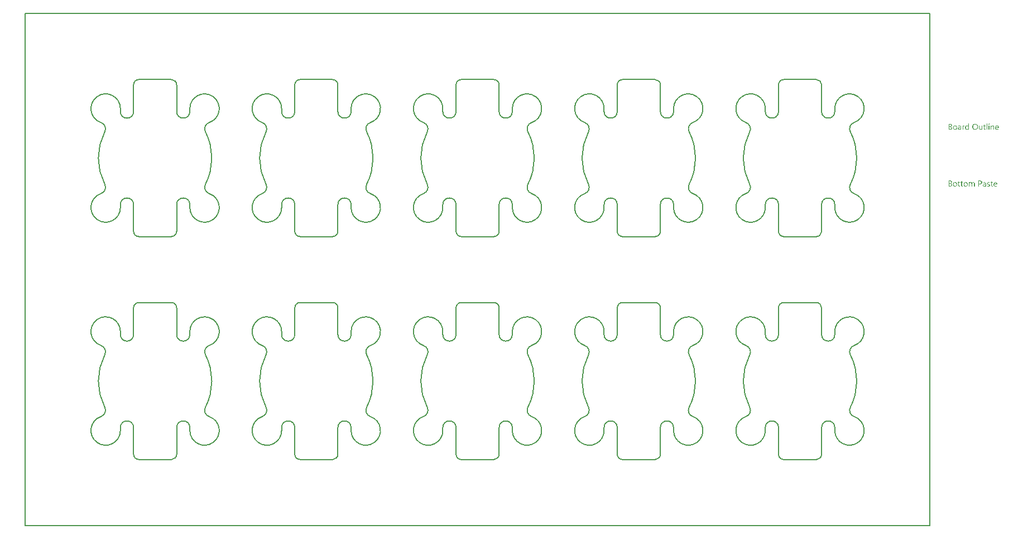
<source format=gbp>
G04*
G04 #@! TF.GenerationSoftware,Altium Limited,Altium Designer,21.8.1 (53)*
G04*
G04 Layer_Color=128*
%FSAX25Y25*%
%MOIN*%
G70*
G04*
G04 #@! TF.SameCoordinates,B83950CB-9570-44A4-9459-7039BDA0C6D2*
G04*
G04*
G04 #@! TF.FilePolarity,Positive*
G04*
G01*
G75*
%ADD26C,0.00787*%
G36*
X0556099Y0220157D02*
X0556124D01*
X0556179Y0220132D01*
X0556210Y0220114D01*
X0556241Y0220089D01*
X0556247Y0220083D01*
X0556254Y0220077D01*
X0556285Y0220040D01*
X0556309Y0219978D01*
X0556316Y0219941D01*
X0556322Y0219903D01*
Y0219897D01*
Y0219885D01*
X0556316Y0219866D01*
X0556309Y0219842D01*
X0556291Y0219780D01*
X0556266Y0219749D01*
X0556241Y0219718D01*
X0556235D01*
X0556229Y0219705D01*
X0556192Y0219681D01*
X0556136Y0219656D01*
X0556099Y0219650D01*
X0556062Y0219643D01*
X0556043D01*
X0556025Y0219650D01*
X0556000D01*
X0555938Y0219674D01*
X0555907Y0219687D01*
X0555876Y0219711D01*
Y0219718D01*
X0555864Y0219724D01*
X0555851Y0219742D01*
X0555839Y0219761D01*
X0555814Y0219823D01*
X0555808Y0219860D01*
X0555802Y0219903D01*
Y0219910D01*
Y0219922D01*
X0555808Y0219941D01*
X0555814Y0219971D01*
X0555833Y0220027D01*
X0555851Y0220058D01*
X0555876Y0220089D01*
X0555882Y0220095D01*
X0555888Y0220101D01*
X0555926Y0220126D01*
X0555987Y0220151D01*
X0556025Y0220163D01*
X0556080D01*
X0556099Y0220157D01*
D02*
G37*
G36*
X0544109Y0216493D02*
X0543707D01*
Y0216914D01*
X0543694D01*
Y0216908D01*
X0543682Y0216895D01*
X0543663Y0216870D01*
X0543645Y0216839D01*
X0543614Y0216802D01*
X0543576Y0216765D01*
X0543533Y0216722D01*
X0543484Y0216678D01*
X0543428Y0216629D01*
X0543360Y0216586D01*
X0543292Y0216548D01*
X0543211Y0216511D01*
X0543131Y0216480D01*
X0543038Y0216456D01*
X0542939Y0216443D01*
X0542834Y0216437D01*
X0542790D01*
X0542753Y0216443D01*
X0542716Y0216449D01*
X0542667Y0216456D01*
X0542561Y0216480D01*
X0542438Y0216517D01*
X0542314Y0216579D01*
X0542246Y0216617D01*
X0542190Y0216660D01*
X0542128Y0216716D01*
X0542072Y0216771D01*
Y0216777D01*
X0542060Y0216790D01*
X0542048Y0216808D01*
X0542029Y0216833D01*
X0542010Y0216864D01*
X0541986Y0216908D01*
X0541961Y0216957D01*
X0541936Y0217013D01*
X0541905Y0217075D01*
X0541880Y0217143D01*
X0541856Y0217217D01*
X0541837Y0217297D01*
X0541819Y0217384D01*
X0541806Y0217483D01*
X0541800Y0217582D01*
X0541794Y0217687D01*
Y0217694D01*
Y0217712D01*
Y0217749D01*
X0541800Y0217793D01*
X0541806Y0217842D01*
X0541812Y0217904D01*
X0541819Y0217972D01*
X0541831Y0218046D01*
X0541868Y0218207D01*
X0541924Y0218374D01*
X0541961Y0218455D01*
X0542004Y0218535D01*
X0542048Y0218610D01*
X0542103Y0218684D01*
X0542109Y0218690D01*
X0542116Y0218703D01*
X0542134Y0218721D01*
X0542159Y0218746D01*
X0542190Y0218771D01*
X0542233Y0218802D01*
X0542277Y0218839D01*
X0542326Y0218876D01*
X0542450Y0218944D01*
X0542592Y0219006D01*
X0542673Y0219024D01*
X0542759Y0219043D01*
X0542846Y0219055D01*
X0542945Y0219062D01*
X0542995D01*
X0543032Y0219055D01*
X0543069Y0219049D01*
X0543118Y0219043D01*
X0543230Y0219012D01*
X0543354Y0218963D01*
X0543415Y0218932D01*
X0543477Y0218888D01*
X0543539Y0218845D01*
X0543595Y0218789D01*
X0543645Y0218727D01*
X0543694Y0218653D01*
X0543707D01*
Y0220213D01*
X0544109D01*
Y0216493D01*
D02*
G37*
G36*
X0558377Y0219055D02*
X0558451Y0219049D01*
X0558544Y0219031D01*
X0558643Y0219000D01*
X0558748Y0218950D01*
X0558853Y0218882D01*
X0558897Y0218845D01*
X0558940Y0218795D01*
X0558952Y0218783D01*
X0558977Y0218746D01*
X0559008Y0218684D01*
X0559052Y0218597D01*
X0559089Y0218492D01*
X0559126Y0218362D01*
X0559151Y0218207D01*
X0559157Y0218028D01*
Y0216493D01*
X0558754D01*
Y0217923D01*
Y0217929D01*
Y0217960D01*
X0558748Y0217997D01*
Y0218046D01*
X0558736Y0218108D01*
X0558723Y0218176D01*
X0558705Y0218251D01*
X0558680Y0218325D01*
X0558649Y0218399D01*
X0558612Y0218467D01*
X0558563Y0218535D01*
X0558507Y0218597D01*
X0558445Y0218647D01*
X0558364Y0218684D01*
X0558278Y0218715D01*
X0558173Y0218721D01*
X0558160D01*
X0558123Y0218715D01*
X0558067Y0218709D01*
X0557999Y0218690D01*
X0557919Y0218665D01*
X0557832Y0218622D01*
X0557752Y0218566D01*
X0557671Y0218492D01*
X0557665Y0218480D01*
X0557640Y0218455D01*
X0557609Y0218405D01*
X0557572Y0218337D01*
X0557535Y0218257D01*
X0557504Y0218158D01*
X0557479Y0218046D01*
X0557473Y0217923D01*
Y0216493D01*
X0557071D01*
Y0219006D01*
X0557473D01*
Y0218585D01*
X0557485D01*
X0557492Y0218591D01*
X0557498Y0218603D01*
X0557516Y0218628D01*
X0557541Y0218659D01*
X0557566Y0218696D01*
X0557603Y0218734D01*
X0557646Y0218777D01*
X0557696Y0218826D01*
X0557752Y0218870D01*
X0557814Y0218913D01*
X0557882Y0218950D01*
X0557956Y0218987D01*
X0558030Y0219018D01*
X0558117Y0219043D01*
X0558210Y0219055D01*
X0558309Y0219062D01*
X0558346D01*
X0558377Y0219055D01*
D02*
G37*
G36*
X0541379Y0219043D02*
X0541453Y0219037D01*
X0541497Y0219024D01*
X0541528Y0219012D01*
Y0218597D01*
X0541521Y0218603D01*
X0541509Y0218610D01*
X0541484Y0218622D01*
X0541453Y0218641D01*
X0541410Y0218653D01*
X0541354Y0218665D01*
X0541292Y0218672D01*
X0541224Y0218678D01*
X0541212D01*
X0541181Y0218672D01*
X0541131Y0218665D01*
X0541076Y0218647D01*
X0541001Y0218616D01*
X0540933Y0218573D01*
X0540859Y0218511D01*
X0540791Y0218430D01*
X0540785Y0218418D01*
X0540766Y0218387D01*
X0540735Y0218331D01*
X0540704Y0218257D01*
X0540673Y0218164D01*
X0540642Y0218046D01*
X0540624Y0217916D01*
X0540618Y0217768D01*
Y0216493D01*
X0540215D01*
Y0219006D01*
X0540618D01*
Y0218486D01*
X0540630D01*
Y0218492D01*
X0540636Y0218498D01*
X0540649Y0218529D01*
X0540667Y0218579D01*
X0540698Y0218641D01*
X0540729Y0218703D01*
X0540779Y0218771D01*
X0540828Y0218839D01*
X0540890Y0218901D01*
X0540896Y0218907D01*
X0540921Y0218925D01*
X0540958Y0218950D01*
X0541008Y0218975D01*
X0541063Y0219000D01*
X0541131Y0219024D01*
X0541206Y0219043D01*
X0541286Y0219049D01*
X0541342D01*
X0541379Y0219043D01*
D02*
G37*
G36*
X0552119Y0216493D02*
X0551716D01*
Y0216889D01*
X0551704D01*
Y0216883D01*
X0551692Y0216870D01*
X0551679Y0216846D01*
X0551654Y0216821D01*
X0551599Y0216746D01*
X0551512Y0216666D01*
X0551463Y0216623D01*
X0551407Y0216579D01*
X0551345Y0216542D01*
X0551271Y0216505D01*
X0551196Y0216480D01*
X0551116Y0216456D01*
X0551023Y0216443D01*
X0550930Y0216437D01*
X0550893D01*
X0550850Y0216443D01*
X0550788Y0216456D01*
X0550720Y0216468D01*
X0550645Y0216493D01*
X0550565Y0216524D01*
X0550485Y0216573D01*
X0550398Y0216629D01*
X0550317Y0216697D01*
X0550243Y0216784D01*
X0550175Y0216889D01*
X0550113Y0217006D01*
X0550070Y0217149D01*
X0550045Y0217316D01*
X0550033Y0217403D01*
Y0217502D01*
Y0219006D01*
X0550429D01*
Y0217564D01*
Y0217557D01*
Y0217533D01*
X0550435Y0217489D01*
X0550441Y0217440D01*
X0550447Y0217378D01*
X0550460Y0217316D01*
X0550478Y0217242D01*
X0550503Y0217167D01*
X0550540Y0217093D01*
X0550577Y0217025D01*
X0550627Y0216957D01*
X0550689Y0216895D01*
X0550757Y0216846D01*
X0550837Y0216808D01*
X0550936Y0216777D01*
X0551042Y0216771D01*
X0551054D01*
X0551091Y0216777D01*
X0551147Y0216784D01*
X0551209Y0216796D01*
X0551289Y0216827D01*
X0551370Y0216864D01*
X0551450Y0216914D01*
X0551524Y0216988D01*
X0551531Y0217000D01*
X0551555Y0217025D01*
X0551586Y0217075D01*
X0551623Y0217143D01*
X0551654Y0217223D01*
X0551685Y0217322D01*
X0551710Y0217434D01*
X0551716Y0217557D01*
Y0219006D01*
X0552119D01*
Y0216493D01*
D02*
G37*
G36*
X0556254D02*
X0555851D01*
Y0219006D01*
X0556254D01*
Y0216493D01*
D02*
G37*
G36*
X0555034D02*
X0554632D01*
Y0220213D01*
X0555034D01*
Y0216493D01*
D02*
G37*
G36*
X0538655Y0219055D02*
X0538711Y0219049D01*
X0538779Y0219031D01*
X0538854Y0219012D01*
X0538934Y0218981D01*
X0539021Y0218944D01*
X0539101Y0218895D01*
X0539182Y0218832D01*
X0539256Y0218758D01*
X0539324Y0218665D01*
X0539380Y0218560D01*
X0539423Y0218436D01*
X0539448Y0218294D01*
X0539460Y0218127D01*
Y0216493D01*
X0539058D01*
Y0216883D01*
X0539045D01*
Y0216877D01*
X0539033Y0216864D01*
X0539021Y0216839D01*
X0538996Y0216815D01*
X0538934Y0216740D01*
X0538854Y0216660D01*
X0538742Y0216579D01*
X0538612Y0216505D01*
X0538532Y0216480D01*
X0538451Y0216456D01*
X0538365Y0216443D01*
X0538272Y0216437D01*
X0538235D01*
X0538210Y0216443D01*
X0538142Y0216449D01*
X0538061Y0216462D01*
X0537962Y0216487D01*
X0537869Y0216517D01*
X0537770Y0216567D01*
X0537684Y0216629D01*
X0537677Y0216641D01*
X0537653Y0216666D01*
X0537615Y0216709D01*
X0537578Y0216771D01*
X0537541Y0216846D01*
X0537504Y0216932D01*
X0537479Y0217037D01*
X0537473Y0217155D01*
Y0217161D01*
Y0217186D01*
X0537479Y0217223D01*
X0537486Y0217267D01*
X0537498Y0217322D01*
X0537516Y0217384D01*
X0537541Y0217452D01*
X0537578Y0217520D01*
X0537622Y0217595D01*
X0537677Y0217669D01*
X0537746Y0217737D01*
X0537826Y0217799D01*
X0537919Y0217861D01*
X0538030Y0217910D01*
X0538154Y0217947D01*
X0538303Y0217978D01*
X0539058Y0218084D01*
Y0218090D01*
Y0218108D01*
X0539052Y0218145D01*
Y0218183D01*
X0539039Y0218232D01*
X0539033Y0218288D01*
X0538996Y0218405D01*
X0538965Y0218461D01*
X0538934Y0218517D01*
X0538891Y0218573D01*
X0538841Y0218622D01*
X0538779Y0218665D01*
X0538711Y0218696D01*
X0538631Y0218715D01*
X0538538Y0218721D01*
X0538494D01*
X0538463Y0218715D01*
X0538420D01*
X0538377Y0218703D01*
X0538266Y0218684D01*
X0538142Y0218647D01*
X0538005Y0218591D01*
X0537931Y0218554D01*
X0537863Y0218517D01*
X0537789Y0218467D01*
X0537721Y0218412D01*
Y0218826D01*
X0537727D01*
X0537739Y0218839D01*
X0537758Y0218851D01*
X0537789Y0218864D01*
X0537820Y0218882D01*
X0537863Y0218901D01*
X0537913Y0218919D01*
X0537968Y0218944D01*
X0538092Y0218987D01*
X0538241Y0219024D01*
X0538402Y0219049D01*
X0538575Y0219062D01*
X0538612D01*
X0538655Y0219055D01*
D02*
G37*
G36*
X0532967Y0220003D02*
X0533010D01*
X0533053Y0219996D01*
X0533152Y0219984D01*
X0533270Y0219953D01*
X0533394Y0219916D01*
X0533511Y0219860D01*
X0533617Y0219786D01*
X0533623D01*
X0533629Y0219773D01*
X0533660Y0219749D01*
X0533703Y0219699D01*
X0533753Y0219631D01*
X0533796Y0219544D01*
X0533840Y0219445D01*
X0533871Y0219334D01*
X0533883Y0219272D01*
Y0219204D01*
Y0219198D01*
Y0219192D01*
Y0219154D01*
X0533877Y0219099D01*
X0533864Y0219031D01*
X0533846Y0218944D01*
X0533815Y0218857D01*
X0533778Y0218771D01*
X0533722Y0218684D01*
X0533716Y0218672D01*
X0533691Y0218647D01*
X0533654Y0218610D01*
X0533604Y0218560D01*
X0533542Y0218511D01*
X0533468Y0218455D01*
X0533375Y0218412D01*
X0533276Y0218368D01*
Y0218362D01*
X0533295D01*
X0533314Y0218356D01*
X0533332Y0218350D01*
X0533400Y0218337D01*
X0533481Y0218313D01*
X0533567Y0218275D01*
X0533660Y0218232D01*
X0533753Y0218170D01*
X0533840Y0218090D01*
X0533852Y0218077D01*
X0533877Y0218046D01*
X0533908Y0218003D01*
X0533951Y0217935D01*
X0533988Y0217848D01*
X0534025Y0217749D01*
X0534050Y0217632D01*
X0534056Y0217502D01*
Y0217495D01*
Y0217483D01*
Y0217458D01*
X0534050Y0217427D01*
X0534044Y0217390D01*
X0534038Y0217347D01*
X0534013Y0217242D01*
X0533976Y0217124D01*
X0533920Y0217000D01*
X0533883Y0216945D01*
X0533840Y0216883D01*
X0533784Y0216827D01*
X0533728Y0216771D01*
X0533722D01*
X0533716Y0216759D01*
X0533697Y0216746D01*
X0533673Y0216728D01*
X0533641Y0216709D01*
X0533598Y0216685D01*
X0533505Y0216635D01*
X0533388Y0216579D01*
X0533252Y0216536D01*
X0533091Y0216505D01*
X0533010Y0216499D01*
X0532917Y0216493D01*
X0531890D01*
Y0220009D01*
X0532936D01*
X0532967Y0220003D01*
D02*
G37*
G36*
X0553462Y0219006D02*
X0554100D01*
Y0218659D01*
X0553462D01*
Y0217242D01*
Y0217229D01*
Y0217198D01*
X0553468Y0217155D01*
X0553474Y0217099D01*
X0553499Y0216982D01*
X0553518Y0216926D01*
X0553549Y0216883D01*
X0553555Y0216877D01*
X0553567Y0216864D01*
X0553586Y0216852D01*
X0553617Y0216833D01*
X0553654Y0216808D01*
X0553703Y0216796D01*
X0553765Y0216784D01*
X0553833Y0216777D01*
X0553858D01*
X0553889Y0216784D01*
X0553926Y0216790D01*
X0554013Y0216815D01*
X0554056Y0216833D01*
X0554100Y0216858D01*
Y0216511D01*
X0554093D01*
X0554075Y0216499D01*
X0554044Y0216493D01*
X0554000Y0216480D01*
X0553945Y0216468D01*
X0553883Y0216456D01*
X0553809Y0216449D01*
X0553722Y0216443D01*
X0553691D01*
X0553660Y0216449D01*
X0553617Y0216456D01*
X0553567Y0216468D01*
X0553511Y0216480D01*
X0553456Y0216505D01*
X0553394Y0216536D01*
X0553332Y0216573D01*
X0553270Y0216623D01*
X0553214Y0216678D01*
X0553165Y0216753D01*
X0553122Y0216833D01*
X0553090Y0216932D01*
X0553066Y0217044D01*
X0553060Y0217174D01*
Y0218659D01*
X0552632D01*
Y0219006D01*
X0553060D01*
Y0219619D01*
X0553462Y0219749D01*
Y0219006D01*
D02*
G37*
G36*
X0560989Y0219055D02*
X0561032Y0219049D01*
X0561076Y0219043D01*
X0561187Y0219024D01*
X0561311Y0218981D01*
X0561435Y0218925D01*
X0561496Y0218888D01*
X0561558Y0218845D01*
X0561614Y0218795D01*
X0561670Y0218740D01*
X0561676Y0218734D01*
X0561682Y0218727D01*
X0561695Y0218709D01*
X0561713Y0218684D01*
X0561732Y0218647D01*
X0561757Y0218610D01*
X0561781Y0218566D01*
X0561806Y0218511D01*
X0561831Y0218449D01*
X0561856Y0218387D01*
X0561880Y0218313D01*
X0561899Y0218232D01*
X0561917Y0218145D01*
X0561930Y0218059D01*
X0561942Y0217960D01*
Y0217854D01*
Y0217644D01*
X0560166D01*
Y0217638D01*
Y0217625D01*
Y0217607D01*
X0560172Y0217576D01*
X0560178Y0217539D01*
Y0217502D01*
X0560197Y0217403D01*
X0560228Y0217304D01*
X0560265Y0217192D01*
X0560320Y0217087D01*
X0560389Y0216994D01*
X0560401Y0216982D01*
X0560426Y0216957D01*
X0560475Y0216926D01*
X0560543Y0216883D01*
X0560630Y0216839D01*
X0560729Y0216808D01*
X0560847Y0216784D01*
X0560983Y0216771D01*
X0561026D01*
X0561057Y0216777D01*
X0561094D01*
X0561137Y0216784D01*
X0561243Y0216808D01*
X0561360Y0216839D01*
X0561490Y0216889D01*
X0561626Y0216957D01*
X0561695Y0217000D01*
X0561763Y0217050D01*
Y0216672D01*
X0561757D01*
X0561750Y0216660D01*
X0561732Y0216654D01*
X0561701Y0216635D01*
X0561670Y0216617D01*
X0561633Y0216598D01*
X0561583Y0216579D01*
X0561534Y0216555D01*
X0561472Y0216530D01*
X0561404Y0216511D01*
X0561255Y0216474D01*
X0561082Y0216449D01*
X0560890Y0216437D01*
X0560840D01*
X0560803Y0216443D01*
X0560760Y0216449D01*
X0560704Y0216456D01*
X0560587Y0216480D01*
X0560450Y0216517D01*
X0560314Y0216579D01*
X0560246Y0216623D01*
X0560178Y0216666D01*
X0560116Y0216716D01*
X0560054Y0216777D01*
X0560048Y0216784D01*
X0560042Y0216796D01*
X0560030Y0216815D01*
X0560005Y0216839D01*
X0559986Y0216877D01*
X0559961Y0216920D01*
X0559931Y0216969D01*
X0559906Y0217025D01*
X0559875Y0217087D01*
X0559850Y0217161D01*
X0559819Y0217242D01*
X0559800Y0217328D01*
X0559782Y0217421D01*
X0559763Y0217520D01*
X0559757Y0217625D01*
X0559751Y0217737D01*
Y0217743D01*
Y0217762D01*
Y0217793D01*
X0559757Y0217836D01*
X0559763Y0217885D01*
X0559769Y0217941D01*
X0559776Y0218009D01*
X0559794Y0218077D01*
X0559831Y0218226D01*
X0559887Y0218387D01*
X0559924Y0218467D01*
X0559974Y0218542D01*
X0560023Y0218622D01*
X0560079Y0218690D01*
X0560085Y0218696D01*
X0560098Y0218709D01*
X0560116Y0218727D01*
X0560141Y0218746D01*
X0560172Y0218777D01*
X0560209Y0218808D01*
X0560258Y0218839D01*
X0560308Y0218876D01*
X0560426Y0218944D01*
X0560568Y0219006D01*
X0560648Y0219024D01*
X0560729Y0219043D01*
X0560816Y0219055D01*
X0560909Y0219062D01*
X0560958D01*
X0560989Y0219055D01*
D02*
G37*
G36*
X0547947Y0220064D02*
X0548008Y0220058D01*
X0548083Y0220046D01*
X0548163Y0220027D01*
X0548250Y0220009D01*
X0548337Y0219984D01*
X0548436Y0219953D01*
X0548528Y0219910D01*
X0548628Y0219860D01*
X0548727Y0219804D01*
X0548819Y0219736D01*
X0548912Y0219662D01*
X0548999Y0219575D01*
X0549005Y0219569D01*
X0549017Y0219551D01*
X0549042Y0219526D01*
X0549067Y0219489D01*
X0549104Y0219439D01*
X0549141Y0219377D01*
X0549178Y0219309D01*
X0549222Y0219235D01*
X0549265Y0219142D01*
X0549302Y0219049D01*
X0549339Y0218944D01*
X0549376Y0218826D01*
X0549401Y0218709D01*
X0549426Y0218579D01*
X0549438Y0218436D01*
X0549445Y0218294D01*
Y0218282D01*
Y0218257D01*
Y0218214D01*
X0549438Y0218152D01*
X0549432Y0218077D01*
X0549420Y0217997D01*
X0549407Y0217904D01*
X0549389Y0217799D01*
X0549364Y0217694D01*
X0549333Y0217582D01*
X0549296Y0217471D01*
X0549253Y0217359D01*
X0549197Y0217242D01*
X0549135Y0217137D01*
X0549067Y0217031D01*
X0548986Y0216932D01*
X0548980Y0216926D01*
X0548968Y0216914D01*
X0548937Y0216889D01*
X0548906Y0216858D01*
X0548856Y0216815D01*
X0548801Y0216777D01*
X0548739Y0216728D01*
X0548665Y0216685D01*
X0548584Y0216641D01*
X0548491Y0216592D01*
X0548392Y0216555D01*
X0548281Y0216517D01*
X0548163Y0216480D01*
X0548039Y0216456D01*
X0547909Y0216443D01*
X0547767Y0216437D01*
X0547736D01*
X0547693Y0216443D01*
X0547643D01*
X0547581Y0216449D01*
X0547507Y0216462D01*
X0547427Y0216480D01*
X0547334Y0216499D01*
X0547241Y0216524D01*
X0547142Y0216555D01*
X0547043Y0216598D01*
X0546944Y0216641D01*
X0546845Y0216697D01*
X0546746Y0216765D01*
X0546653Y0216839D01*
X0546566Y0216926D01*
X0546560Y0216932D01*
X0546548Y0216951D01*
X0546523Y0216976D01*
X0546498Y0217013D01*
X0546461Y0217062D01*
X0546424Y0217124D01*
X0546387Y0217192D01*
X0546343Y0217273D01*
X0546300Y0217359D01*
X0546263Y0217452D01*
X0546226Y0217557D01*
X0546189Y0217675D01*
X0546164Y0217793D01*
X0546139Y0217923D01*
X0546127Y0218065D01*
X0546121Y0218207D01*
Y0218220D01*
Y0218245D01*
X0546127Y0218288D01*
Y0218350D01*
X0546133Y0218418D01*
X0546145Y0218505D01*
X0546158Y0218597D01*
X0546176Y0218696D01*
X0546201Y0218802D01*
X0546232Y0218913D01*
X0546269Y0219024D01*
X0546313Y0219136D01*
X0546368Y0219247D01*
X0546430Y0219359D01*
X0546498Y0219464D01*
X0546579Y0219563D01*
X0546585Y0219569D01*
X0546597Y0219588D01*
X0546628Y0219613D01*
X0546665Y0219643D01*
X0546709Y0219681D01*
X0546764Y0219724D01*
X0546832Y0219767D01*
X0546907Y0219817D01*
X0546993Y0219866D01*
X0547086Y0219910D01*
X0547185Y0219953D01*
X0547297Y0219990D01*
X0547421Y0220021D01*
X0547550Y0220052D01*
X0547687Y0220064D01*
X0547829Y0220071D01*
X0547897D01*
X0547947Y0220064D01*
D02*
G37*
G36*
X0535919Y0219055D02*
X0535963Y0219049D01*
X0536019Y0219043D01*
X0536142Y0219018D01*
X0536285Y0218975D01*
X0536427Y0218913D01*
X0536501Y0218876D01*
X0536569Y0218832D01*
X0536637Y0218777D01*
X0536699Y0218715D01*
X0536706Y0218709D01*
X0536712Y0218696D01*
X0536730Y0218678D01*
X0536749Y0218653D01*
X0536774Y0218616D01*
X0536798Y0218573D01*
X0536829Y0218523D01*
X0536860Y0218467D01*
X0536885Y0218399D01*
X0536916Y0218331D01*
X0536941Y0218251D01*
X0536966Y0218164D01*
X0536984Y0218071D01*
X0537003Y0217972D01*
X0537009Y0217867D01*
X0537015Y0217756D01*
Y0217749D01*
Y0217731D01*
Y0217700D01*
X0537009Y0217656D01*
X0537003Y0217607D01*
X0536997Y0217545D01*
X0536984Y0217483D01*
X0536972Y0217409D01*
X0536935Y0217260D01*
X0536873Y0217099D01*
X0536836Y0217019D01*
X0536786Y0216938D01*
X0536736Y0216864D01*
X0536675Y0216796D01*
X0536668Y0216790D01*
X0536656Y0216784D01*
X0536637Y0216765D01*
X0536613Y0216740D01*
X0536576Y0216716D01*
X0536539Y0216685D01*
X0536489Y0216648D01*
X0536433Y0216617D01*
X0536371Y0216586D01*
X0536303Y0216548D01*
X0536229Y0216517D01*
X0536149Y0216493D01*
X0536062Y0216468D01*
X0535969Y0216456D01*
X0535870Y0216443D01*
X0535765Y0216437D01*
X0535709D01*
X0535672Y0216443D01*
X0535629Y0216449D01*
X0535573Y0216456D01*
X0535511Y0216468D01*
X0535443Y0216480D01*
X0535300Y0216524D01*
X0535152Y0216586D01*
X0535078Y0216623D01*
X0535009Y0216672D01*
X0534941Y0216722D01*
X0534873Y0216784D01*
X0534867Y0216790D01*
X0534861Y0216802D01*
X0534842Y0216821D01*
X0534824Y0216846D01*
X0534799Y0216883D01*
X0534768Y0216926D01*
X0534737Y0216976D01*
X0534712Y0217031D01*
X0534682Y0217099D01*
X0534651Y0217167D01*
X0534620Y0217242D01*
X0534595Y0217328D01*
X0534558Y0217514D01*
X0534551Y0217613D01*
X0534545Y0217718D01*
Y0217724D01*
Y0217749D01*
Y0217780D01*
X0534551Y0217824D01*
X0534558Y0217873D01*
X0534564Y0217935D01*
X0534576Y0218003D01*
X0534589Y0218077D01*
X0534626Y0218238D01*
X0534688Y0218399D01*
X0534731Y0218480D01*
X0534774Y0218560D01*
X0534824Y0218635D01*
X0534886Y0218703D01*
X0534892Y0218709D01*
X0534904Y0218721D01*
X0534923Y0218734D01*
X0534948Y0218758D01*
X0534985Y0218783D01*
X0535028Y0218814D01*
X0535078Y0218851D01*
X0535133Y0218882D01*
X0535195Y0218913D01*
X0535269Y0218950D01*
X0535344Y0218981D01*
X0535430Y0219006D01*
X0535517Y0219031D01*
X0535616Y0219049D01*
X0535721Y0219055D01*
X0535827Y0219062D01*
X0535882D01*
X0535919Y0219055D01*
D02*
G37*
G36*
X0556018Y0185197D02*
X0556099Y0185191D01*
X0556185Y0185178D01*
X0556285Y0185154D01*
X0556384Y0185129D01*
X0556483Y0185092D01*
Y0184683D01*
X0556470Y0184689D01*
X0556433Y0184714D01*
X0556377Y0184739D01*
X0556303Y0184776D01*
X0556210Y0184807D01*
X0556099Y0184838D01*
X0555975Y0184857D01*
X0555845Y0184863D01*
X0555777D01*
X0555715Y0184851D01*
X0555641Y0184838D01*
X0555635D01*
X0555628Y0184832D01*
X0555591Y0184819D01*
X0555542Y0184795D01*
X0555486Y0184764D01*
X0555474Y0184758D01*
X0555449Y0184733D01*
X0555418Y0184696D01*
X0555387Y0184652D01*
X0555381Y0184640D01*
X0555368Y0184609D01*
X0555356Y0184566D01*
X0555350Y0184510D01*
Y0184504D01*
Y0184492D01*
Y0184473D01*
X0555356Y0184454D01*
X0555368Y0184399D01*
X0555387Y0184343D01*
X0555393Y0184330D01*
X0555412Y0184306D01*
X0555449Y0184269D01*
X0555492Y0184225D01*
X0555498D01*
X0555505Y0184219D01*
X0555542Y0184194D01*
X0555591Y0184163D01*
X0555659Y0184132D01*
X0555665D01*
X0555678Y0184126D01*
X0555696Y0184120D01*
X0555727Y0184108D01*
X0555795Y0184083D01*
X0555882Y0184046D01*
X0555888D01*
X0555913Y0184033D01*
X0555944Y0184021D01*
X0555981Y0184009D01*
X0556080Y0183965D01*
X0556179Y0183916D01*
X0556185D01*
X0556204Y0183903D01*
X0556229Y0183891D01*
X0556260Y0183872D01*
X0556334Y0183823D01*
X0556408Y0183761D01*
X0556415Y0183755D01*
X0556427Y0183749D01*
X0556439Y0183730D01*
X0556464Y0183705D01*
X0556507Y0183643D01*
X0556551Y0183563D01*
Y0183557D01*
X0556557Y0183544D01*
X0556569Y0183520D01*
X0556575Y0183489D01*
X0556588Y0183451D01*
X0556594Y0183408D01*
X0556600Y0183303D01*
Y0183297D01*
Y0183272D01*
X0556594Y0183235D01*
X0556588Y0183192D01*
X0556582Y0183142D01*
X0556563Y0183086D01*
X0556544Y0183037D01*
X0556514Y0182981D01*
X0556507Y0182975D01*
X0556501Y0182956D01*
X0556483Y0182932D01*
X0556458Y0182901D01*
X0556427Y0182863D01*
X0556390Y0182826D01*
X0556297Y0182752D01*
X0556291Y0182746D01*
X0556272Y0182740D01*
X0556247Y0182721D01*
X0556204Y0182703D01*
X0556161Y0182678D01*
X0556105Y0182659D01*
X0556049Y0182641D01*
X0555981Y0182622D01*
X0555975D01*
X0555950Y0182616D01*
X0555913Y0182610D01*
X0555870Y0182604D01*
X0555808Y0182591D01*
X0555746Y0182585D01*
X0555604Y0182579D01*
X0555542D01*
X0555468Y0182585D01*
X0555375Y0182597D01*
X0555269Y0182616D01*
X0555158Y0182641D01*
X0555047Y0182672D01*
X0554935Y0182721D01*
Y0183154D01*
X0554941D01*
X0554948Y0183142D01*
X0554966Y0183130D01*
X0554991Y0183117D01*
X0555059Y0183080D01*
X0555152Y0183037D01*
X0555257Y0182987D01*
X0555381Y0182950D01*
X0555517Y0182925D01*
X0555659Y0182913D01*
X0555709D01*
X0555740Y0182919D01*
X0555827Y0182932D01*
X0555926Y0182956D01*
X0556018Y0183000D01*
X0556062Y0183031D01*
X0556105Y0183062D01*
X0556136Y0183105D01*
X0556161Y0183148D01*
X0556179Y0183204D01*
X0556185Y0183266D01*
Y0183272D01*
Y0183284D01*
Y0183303D01*
X0556179Y0183322D01*
X0556167Y0183377D01*
X0556142Y0183433D01*
Y0183439D01*
X0556136Y0183445D01*
X0556111Y0183476D01*
X0556074Y0183520D01*
X0556018Y0183557D01*
X0556012D01*
X0556006Y0183569D01*
X0555969Y0183588D01*
X0555913Y0183625D01*
X0555839Y0183656D01*
X0555833D01*
X0555820Y0183662D01*
X0555802Y0183674D01*
X0555771Y0183687D01*
X0555703Y0183712D01*
X0555616Y0183749D01*
X0555610D01*
X0555585Y0183761D01*
X0555554Y0183773D01*
X0555517Y0183786D01*
X0555418Y0183829D01*
X0555319Y0183879D01*
X0555313Y0183885D01*
X0555300Y0183891D01*
X0555276Y0183903D01*
X0555245Y0183922D01*
X0555176Y0183972D01*
X0555108Y0184027D01*
X0555102Y0184033D01*
X0555096Y0184040D01*
X0555078Y0184058D01*
X0555059Y0184083D01*
X0555016Y0184145D01*
X0554979Y0184219D01*
Y0184225D01*
X0554972Y0184238D01*
X0554966Y0184262D01*
X0554960Y0184293D01*
X0554954Y0184330D01*
X0554948Y0184374D01*
X0554941Y0184479D01*
Y0184485D01*
Y0184510D01*
X0554948Y0184541D01*
X0554954Y0184584D01*
X0554960Y0184634D01*
X0554979Y0184683D01*
X0554997Y0184739D01*
X0555022Y0184789D01*
X0555028Y0184795D01*
X0555034Y0184813D01*
X0555053Y0184838D01*
X0555078Y0184869D01*
X0555146Y0184943D01*
X0555232Y0185018D01*
X0555238Y0185024D01*
X0555257Y0185030D01*
X0555282Y0185049D01*
X0555325Y0185067D01*
X0555368Y0185092D01*
X0555418Y0185117D01*
X0555542Y0185154D01*
X0555548D01*
X0555573Y0185160D01*
X0555604Y0185172D01*
X0555653Y0185178D01*
X0555703Y0185191D01*
X0555765Y0185197D01*
X0555901Y0185203D01*
X0555957D01*
X0556018Y0185197D01*
D02*
G37*
G36*
X0546826D02*
X0546882Y0185185D01*
X0546944Y0185172D01*
X0547012Y0185148D01*
X0547092Y0185117D01*
X0547167Y0185073D01*
X0547247Y0185024D01*
X0547321Y0184956D01*
X0547390Y0184869D01*
X0547451Y0184770D01*
X0547507Y0184659D01*
X0547544Y0184516D01*
X0547575Y0184362D01*
X0547581Y0184182D01*
Y0182634D01*
X0547179D01*
Y0184077D01*
Y0184083D01*
Y0184095D01*
Y0184114D01*
Y0184145D01*
X0547173Y0184219D01*
X0547160Y0184306D01*
X0547148Y0184405D01*
X0547123Y0184504D01*
X0547092Y0184597D01*
X0547049Y0184677D01*
X0547043Y0184683D01*
X0547024Y0184708D01*
X0546993Y0184739D01*
X0546944Y0184770D01*
X0546888Y0184807D01*
X0546814Y0184832D01*
X0546721Y0184857D01*
X0546616Y0184863D01*
X0546603D01*
X0546572Y0184857D01*
X0546523Y0184851D01*
X0546461Y0184832D01*
X0546393Y0184807D01*
X0546319Y0184764D01*
X0546244Y0184708D01*
X0546176Y0184628D01*
X0546170Y0184615D01*
X0546151Y0184584D01*
X0546121Y0184535D01*
X0546090Y0184467D01*
X0546053Y0184386D01*
X0546028Y0184293D01*
X0546003Y0184182D01*
X0545997Y0184064D01*
Y0182634D01*
X0545594D01*
Y0184126D01*
Y0184132D01*
Y0184157D01*
X0545588Y0184194D01*
Y0184244D01*
X0545576Y0184300D01*
X0545564Y0184362D01*
X0545545Y0184423D01*
X0545526Y0184498D01*
X0545495Y0184566D01*
X0545458Y0184628D01*
X0545409Y0184689D01*
X0545353Y0184745D01*
X0545291Y0184795D01*
X0545211Y0184832D01*
X0545124Y0184857D01*
X0545025Y0184863D01*
X0545013D01*
X0544982Y0184857D01*
X0544932Y0184851D01*
X0544870Y0184838D01*
X0544802Y0184807D01*
X0544728Y0184770D01*
X0544654Y0184714D01*
X0544586Y0184640D01*
X0544579Y0184628D01*
X0544561Y0184603D01*
X0544530Y0184553D01*
X0544499Y0184485D01*
X0544468Y0184405D01*
X0544437Y0184306D01*
X0544418Y0184194D01*
X0544412Y0184064D01*
Y0182634D01*
X0544010D01*
Y0185148D01*
X0544412D01*
Y0184745D01*
X0544424D01*
X0544431Y0184751D01*
X0544437Y0184764D01*
X0544455Y0184789D01*
X0544474Y0184819D01*
X0544536Y0184888D01*
X0544623Y0184974D01*
X0544734Y0185061D01*
X0544864Y0185129D01*
X0544944Y0185160D01*
X0545025Y0185185D01*
X0545112Y0185197D01*
X0545204Y0185203D01*
X0545248D01*
X0545297Y0185197D01*
X0545359Y0185185D01*
X0545427Y0185166D01*
X0545502Y0185141D01*
X0545576Y0185110D01*
X0545650Y0185061D01*
X0545656Y0185055D01*
X0545681Y0185036D01*
X0545712Y0185005D01*
X0545755Y0184962D01*
X0545799Y0184906D01*
X0545842Y0184844D01*
X0545885Y0184770D01*
X0545916Y0184683D01*
X0545923Y0184689D01*
X0545929Y0184708D01*
X0545947Y0184733D01*
X0545966Y0184764D01*
X0545997Y0184807D01*
X0546034Y0184851D01*
X0546077Y0184894D01*
X0546127Y0184943D01*
X0546182Y0184993D01*
X0546244Y0185036D01*
X0546313Y0185086D01*
X0546387Y0185123D01*
X0546467Y0185154D01*
X0546554Y0185178D01*
X0546653Y0185197D01*
X0546752Y0185203D01*
X0546789D01*
X0546826Y0185197D01*
D02*
G37*
G36*
X0553524D02*
X0553580Y0185191D01*
X0553648Y0185172D01*
X0553722Y0185154D01*
X0553802Y0185123D01*
X0553889Y0185086D01*
X0553969Y0185036D01*
X0554050Y0184974D01*
X0554124Y0184900D01*
X0554192Y0184807D01*
X0554248Y0184702D01*
X0554291Y0184578D01*
X0554316Y0184436D01*
X0554328Y0184269D01*
Y0182634D01*
X0553926D01*
Y0183024D01*
X0553914D01*
Y0183018D01*
X0553901Y0183006D01*
X0553889Y0182981D01*
X0553864Y0182956D01*
X0553802Y0182882D01*
X0553722Y0182802D01*
X0553611Y0182721D01*
X0553480Y0182647D01*
X0553400Y0182622D01*
X0553320Y0182597D01*
X0553233Y0182585D01*
X0553140Y0182579D01*
X0553103D01*
X0553078Y0182585D01*
X0553010Y0182591D01*
X0552930Y0182604D01*
X0552831Y0182628D01*
X0552738Y0182659D01*
X0552639Y0182709D01*
X0552552Y0182771D01*
X0552546Y0182783D01*
X0552521Y0182808D01*
X0552484Y0182851D01*
X0552447Y0182913D01*
X0552410Y0182987D01*
X0552373Y0183074D01*
X0552348Y0183179D01*
X0552342Y0183297D01*
Y0183303D01*
Y0183328D01*
X0552348Y0183365D01*
X0552354Y0183408D01*
X0552366Y0183464D01*
X0552385Y0183526D01*
X0552410Y0183594D01*
X0552447Y0183662D01*
X0552490Y0183736D01*
X0552546Y0183811D01*
X0552614Y0183879D01*
X0552694Y0183941D01*
X0552787Y0184002D01*
X0552899Y0184052D01*
X0553022Y0184089D01*
X0553171Y0184120D01*
X0553926Y0184225D01*
Y0184231D01*
Y0184250D01*
X0553920Y0184287D01*
Y0184324D01*
X0553908Y0184374D01*
X0553901Y0184430D01*
X0553864Y0184547D01*
X0553833Y0184603D01*
X0553802Y0184659D01*
X0553759Y0184714D01*
X0553710Y0184764D01*
X0553648Y0184807D01*
X0553580Y0184838D01*
X0553499Y0184857D01*
X0553406Y0184863D01*
X0553363D01*
X0553332Y0184857D01*
X0553289D01*
X0553245Y0184844D01*
X0553134Y0184826D01*
X0553010Y0184789D01*
X0552874Y0184733D01*
X0552800Y0184696D01*
X0552732Y0184659D01*
X0552657Y0184609D01*
X0552589Y0184553D01*
Y0184968D01*
X0552595D01*
X0552608Y0184980D01*
X0552626Y0184993D01*
X0552657Y0185005D01*
X0552688Y0185024D01*
X0552732Y0185042D01*
X0552781Y0185061D01*
X0552837Y0185086D01*
X0552960Y0185129D01*
X0553109Y0185166D01*
X0553270Y0185191D01*
X0553443Y0185203D01*
X0553480D01*
X0553524Y0185197D01*
D02*
G37*
G36*
X0550825Y0186144D02*
X0550875D01*
X0550924Y0186138D01*
X0551054Y0186113D01*
X0551190Y0186082D01*
X0551339Y0186033D01*
X0551481Y0185965D01*
X0551543Y0185921D01*
X0551605Y0185872D01*
X0551611D01*
X0551617Y0185859D01*
X0551636Y0185841D01*
X0551654Y0185822D01*
X0551704Y0185760D01*
X0551766Y0185674D01*
X0551822Y0185562D01*
X0551871Y0185432D01*
X0551908Y0185278D01*
X0551914Y0185191D01*
X0551921Y0185098D01*
Y0185092D01*
Y0185073D01*
Y0185049D01*
X0551914Y0185018D01*
X0551908Y0184974D01*
X0551902Y0184925D01*
X0551877Y0184807D01*
X0551834Y0184677D01*
X0551772Y0184541D01*
X0551735Y0184473D01*
X0551692Y0184405D01*
X0551636Y0184337D01*
X0551574Y0184275D01*
X0551568Y0184269D01*
X0551555Y0184262D01*
X0551537Y0184244D01*
X0551512Y0184225D01*
X0551475Y0184201D01*
X0551432Y0184176D01*
X0551382Y0184145D01*
X0551326Y0184120D01*
X0551264Y0184089D01*
X0551196Y0184058D01*
X0551116Y0184033D01*
X0551035Y0184009D01*
X0550850Y0183972D01*
X0550751Y0183965D01*
X0550645Y0183959D01*
X0550181D01*
Y0182634D01*
X0549766D01*
Y0186150D01*
X0550788D01*
X0550825Y0186144D01*
D02*
G37*
G36*
X0532967D02*
X0533010D01*
X0533053Y0186138D01*
X0533152Y0186126D01*
X0533270Y0186095D01*
X0533394Y0186057D01*
X0533511Y0186002D01*
X0533617Y0185927D01*
X0533623D01*
X0533629Y0185915D01*
X0533660Y0185890D01*
X0533703Y0185841D01*
X0533753Y0185773D01*
X0533796Y0185686D01*
X0533840Y0185587D01*
X0533871Y0185476D01*
X0533883Y0185414D01*
Y0185346D01*
Y0185339D01*
Y0185333D01*
Y0185296D01*
X0533877Y0185240D01*
X0533864Y0185172D01*
X0533846Y0185086D01*
X0533815Y0184999D01*
X0533778Y0184912D01*
X0533722Y0184826D01*
X0533716Y0184813D01*
X0533691Y0184789D01*
X0533654Y0184751D01*
X0533604Y0184702D01*
X0533542Y0184652D01*
X0533468Y0184597D01*
X0533375Y0184553D01*
X0533276Y0184510D01*
Y0184504D01*
X0533295D01*
X0533314Y0184498D01*
X0533332Y0184492D01*
X0533400Y0184479D01*
X0533481Y0184454D01*
X0533567Y0184417D01*
X0533660Y0184374D01*
X0533753Y0184312D01*
X0533840Y0184231D01*
X0533852Y0184219D01*
X0533877Y0184188D01*
X0533908Y0184145D01*
X0533951Y0184077D01*
X0533988Y0183990D01*
X0534025Y0183891D01*
X0534050Y0183773D01*
X0534056Y0183643D01*
Y0183637D01*
Y0183625D01*
Y0183600D01*
X0534050Y0183569D01*
X0534044Y0183532D01*
X0534038Y0183489D01*
X0534013Y0183383D01*
X0533976Y0183266D01*
X0533920Y0183142D01*
X0533883Y0183086D01*
X0533840Y0183024D01*
X0533784Y0182969D01*
X0533728Y0182913D01*
X0533722D01*
X0533716Y0182901D01*
X0533697Y0182888D01*
X0533673Y0182870D01*
X0533641Y0182851D01*
X0533598Y0182826D01*
X0533505Y0182777D01*
X0533388Y0182721D01*
X0533252Y0182678D01*
X0533091Y0182647D01*
X0533010Y0182641D01*
X0532917Y0182634D01*
X0531890D01*
Y0186150D01*
X0532936D01*
X0532967Y0186144D01*
D02*
G37*
G36*
X0557752Y0185148D02*
X0558389D01*
Y0184801D01*
X0557752D01*
Y0183383D01*
Y0183371D01*
Y0183340D01*
X0557758Y0183297D01*
X0557764Y0183241D01*
X0557789Y0183124D01*
X0557807Y0183068D01*
X0557838Y0183024D01*
X0557844Y0183018D01*
X0557857Y0183006D01*
X0557875Y0182993D01*
X0557906Y0182975D01*
X0557943Y0182950D01*
X0557993Y0182938D01*
X0558055Y0182925D01*
X0558123Y0182919D01*
X0558148D01*
X0558179Y0182925D01*
X0558216Y0182932D01*
X0558302Y0182956D01*
X0558346Y0182975D01*
X0558389Y0183000D01*
Y0182653D01*
X0558383D01*
X0558364Y0182641D01*
X0558333Y0182634D01*
X0558290Y0182622D01*
X0558234Y0182610D01*
X0558173Y0182597D01*
X0558098Y0182591D01*
X0558012Y0182585D01*
X0557981D01*
X0557950Y0182591D01*
X0557906Y0182597D01*
X0557857Y0182610D01*
X0557801Y0182622D01*
X0557745Y0182647D01*
X0557684Y0182678D01*
X0557622Y0182715D01*
X0557560Y0182764D01*
X0557504Y0182820D01*
X0557454Y0182894D01*
X0557411Y0182975D01*
X0557380Y0183074D01*
X0557355Y0183185D01*
X0557349Y0183315D01*
Y0184801D01*
X0556922D01*
Y0185148D01*
X0557349D01*
Y0185760D01*
X0557752Y0185890D01*
Y0185148D01*
D02*
G37*
G36*
X0539893D02*
X0540531D01*
Y0184801D01*
X0539893D01*
Y0183383D01*
Y0183371D01*
Y0183340D01*
X0539900Y0183297D01*
X0539906Y0183241D01*
X0539931Y0183124D01*
X0539949Y0183068D01*
X0539980Y0183024D01*
X0539986Y0183018D01*
X0539999Y0183006D01*
X0540017Y0182993D01*
X0540048Y0182975D01*
X0540085Y0182950D01*
X0540135Y0182938D01*
X0540197Y0182925D01*
X0540265Y0182919D01*
X0540290D01*
X0540320Y0182925D01*
X0540358Y0182932D01*
X0540444Y0182956D01*
X0540488Y0182975D01*
X0540531Y0183000D01*
Y0182653D01*
X0540525D01*
X0540506Y0182641D01*
X0540475Y0182634D01*
X0540432Y0182622D01*
X0540376Y0182610D01*
X0540314Y0182597D01*
X0540240Y0182591D01*
X0540153Y0182585D01*
X0540123D01*
X0540092Y0182591D01*
X0540048Y0182597D01*
X0539999Y0182610D01*
X0539943Y0182622D01*
X0539887Y0182647D01*
X0539825Y0182678D01*
X0539763Y0182715D01*
X0539702Y0182764D01*
X0539646Y0182820D01*
X0539596Y0182894D01*
X0539553Y0182975D01*
X0539522Y0183074D01*
X0539497Y0183185D01*
X0539491Y0183315D01*
Y0184801D01*
X0539064D01*
Y0185148D01*
X0539491D01*
Y0185760D01*
X0539893Y0185890D01*
Y0185148D01*
D02*
G37*
G36*
X0538191D02*
X0538829D01*
Y0184801D01*
X0538191D01*
Y0183383D01*
Y0183371D01*
Y0183340D01*
X0538197Y0183297D01*
X0538204Y0183241D01*
X0538228Y0183124D01*
X0538247Y0183068D01*
X0538278Y0183024D01*
X0538284Y0183018D01*
X0538296Y0183006D01*
X0538315Y0182993D01*
X0538346Y0182975D01*
X0538383Y0182950D01*
X0538433Y0182938D01*
X0538494Y0182925D01*
X0538563Y0182919D01*
X0538587D01*
X0538618Y0182925D01*
X0538655Y0182932D01*
X0538742Y0182956D01*
X0538785Y0182975D01*
X0538829Y0183000D01*
Y0182653D01*
X0538823D01*
X0538804Y0182641D01*
X0538773Y0182634D01*
X0538730Y0182622D01*
X0538674Y0182610D01*
X0538612Y0182597D01*
X0538538Y0182591D01*
X0538451Y0182585D01*
X0538420D01*
X0538389Y0182591D01*
X0538346Y0182597D01*
X0538296Y0182610D01*
X0538241Y0182622D01*
X0538185Y0182647D01*
X0538123Y0182678D01*
X0538061Y0182715D01*
X0537999Y0182764D01*
X0537944Y0182820D01*
X0537894Y0182894D01*
X0537851Y0182975D01*
X0537820Y0183074D01*
X0537795Y0183185D01*
X0537789Y0183315D01*
Y0184801D01*
X0537362D01*
Y0185148D01*
X0537789D01*
Y0185760D01*
X0538191Y0185890D01*
Y0185148D01*
D02*
G37*
G36*
X0559992Y0185197D02*
X0560036Y0185191D01*
X0560079Y0185185D01*
X0560190Y0185166D01*
X0560314Y0185123D01*
X0560438Y0185067D01*
X0560500Y0185030D01*
X0560562Y0184987D01*
X0560618Y0184937D01*
X0560673Y0184881D01*
X0560679Y0184875D01*
X0560686Y0184869D01*
X0560698Y0184851D01*
X0560717Y0184826D01*
X0560735Y0184789D01*
X0560760Y0184751D01*
X0560785Y0184708D01*
X0560809Y0184652D01*
X0560834Y0184590D01*
X0560859Y0184529D01*
X0560884Y0184454D01*
X0560902Y0184374D01*
X0560921Y0184287D01*
X0560933Y0184201D01*
X0560946Y0184101D01*
Y0183996D01*
Y0183786D01*
X0559169D01*
Y0183780D01*
Y0183767D01*
Y0183749D01*
X0559175Y0183718D01*
X0559181Y0183681D01*
Y0183643D01*
X0559200Y0183544D01*
X0559231Y0183445D01*
X0559268Y0183334D01*
X0559324Y0183229D01*
X0559392Y0183136D01*
X0559404Y0183124D01*
X0559429Y0183099D01*
X0559479Y0183068D01*
X0559547Y0183024D01*
X0559633Y0182981D01*
X0559732Y0182950D01*
X0559850Y0182925D01*
X0559986Y0182913D01*
X0560030D01*
X0560061Y0182919D01*
X0560098D01*
X0560141Y0182925D01*
X0560246Y0182950D01*
X0560364Y0182981D01*
X0560494Y0183031D01*
X0560630Y0183099D01*
X0560698Y0183142D01*
X0560766Y0183192D01*
Y0182814D01*
X0560760D01*
X0560754Y0182802D01*
X0560735Y0182795D01*
X0560704Y0182777D01*
X0560673Y0182758D01*
X0560636Y0182740D01*
X0560587Y0182721D01*
X0560537Y0182696D01*
X0560475Y0182672D01*
X0560407Y0182653D01*
X0560258Y0182616D01*
X0560085Y0182591D01*
X0559893Y0182579D01*
X0559844D01*
X0559807Y0182585D01*
X0559763Y0182591D01*
X0559708Y0182597D01*
X0559590Y0182622D01*
X0559454Y0182659D01*
X0559318Y0182721D01*
X0559250Y0182764D01*
X0559181Y0182808D01*
X0559120Y0182857D01*
X0559058Y0182919D01*
X0559052Y0182925D01*
X0559045Y0182938D01*
X0559033Y0182956D01*
X0559008Y0182981D01*
X0558990Y0183018D01*
X0558965Y0183062D01*
X0558934Y0183111D01*
X0558909Y0183167D01*
X0558878Y0183229D01*
X0558853Y0183303D01*
X0558822Y0183383D01*
X0558804Y0183470D01*
X0558785Y0183563D01*
X0558767Y0183662D01*
X0558760Y0183767D01*
X0558754Y0183879D01*
Y0183885D01*
Y0183903D01*
Y0183934D01*
X0558760Y0183978D01*
X0558767Y0184027D01*
X0558773Y0184083D01*
X0558779Y0184151D01*
X0558798Y0184219D01*
X0558835Y0184368D01*
X0558890Y0184529D01*
X0558928Y0184609D01*
X0558977Y0184683D01*
X0559027Y0184764D01*
X0559082Y0184832D01*
X0559089Y0184838D01*
X0559101Y0184851D01*
X0559120Y0184869D01*
X0559144Y0184888D01*
X0559175Y0184919D01*
X0559212Y0184950D01*
X0559262Y0184980D01*
X0559311Y0185018D01*
X0559429Y0185086D01*
X0559571Y0185148D01*
X0559652Y0185166D01*
X0559732Y0185185D01*
X0559819Y0185197D01*
X0559912Y0185203D01*
X0559961D01*
X0559992Y0185197D01*
D02*
G37*
G36*
X0542270D02*
X0542314Y0185191D01*
X0542369Y0185185D01*
X0542493Y0185160D01*
X0542636Y0185117D01*
X0542778Y0185055D01*
X0542852Y0185018D01*
X0542920Y0184974D01*
X0542988Y0184919D01*
X0543050Y0184857D01*
X0543056Y0184851D01*
X0543063Y0184838D01*
X0543081Y0184819D01*
X0543100Y0184795D01*
X0543125Y0184758D01*
X0543149Y0184714D01*
X0543180Y0184665D01*
X0543211Y0184609D01*
X0543236Y0184541D01*
X0543267Y0184473D01*
X0543292Y0184392D01*
X0543317Y0184306D01*
X0543335Y0184213D01*
X0543354Y0184114D01*
X0543360Y0184009D01*
X0543366Y0183897D01*
Y0183891D01*
Y0183872D01*
Y0183842D01*
X0543360Y0183798D01*
X0543354Y0183749D01*
X0543348Y0183687D01*
X0543335Y0183625D01*
X0543323Y0183551D01*
X0543286Y0183402D01*
X0543224Y0183241D01*
X0543187Y0183161D01*
X0543137Y0183080D01*
X0543087Y0183006D01*
X0543026Y0182938D01*
X0543019Y0182932D01*
X0543007Y0182925D01*
X0542988Y0182907D01*
X0542964Y0182882D01*
X0542927Y0182857D01*
X0542889Y0182826D01*
X0542840Y0182789D01*
X0542784Y0182758D01*
X0542722Y0182727D01*
X0542654Y0182690D01*
X0542580Y0182659D01*
X0542499Y0182634D01*
X0542413Y0182610D01*
X0542320Y0182597D01*
X0542221Y0182585D01*
X0542116Y0182579D01*
X0542060D01*
X0542023Y0182585D01*
X0541980Y0182591D01*
X0541924Y0182597D01*
X0541862Y0182610D01*
X0541794Y0182622D01*
X0541651Y0182665D01*
X0541503Y0182727D01*
X0541429Y0182764D01*
X0541361Y0182814D01*
X0541292Y0182863D01*
X0541224Y0182925D01*
X0541218Y0182932D01*
X0541212Y0182944D01*
X0541193Y0182963D01*
X0541175Y0182987D01*
X0541150Y0183024D01*
X0541119Y0183068D01*
X0541088Y0183117D01*
X0541063Y0183173D01*
X0541032Y0183241D01*
X0541001Y0183309D01*
X0540971Y0183383D01*
X0540946Y0183470D01*
X0540909Y0183656D01*
X0540902Y0183755D01*
X0540896Y0183860D01*
Y0183866D01*
Y0183891D01*
Y0183922D01*
X0540902Y0183965D01*
X0540909Y0184015D01*
X0540915Y0184077D01*
X0540927Y0184145D01*
X0540940Y0184219D01*
X0540977Y0184380D01*
X0541039Y0184541D01*
X0541082Y0184622D01*
X0541125Y0184702D01*
X0541175Y0184776D01*
X0541237Y0184844D01*
X0541243Y0184851D01*
X0541255Y0184863D01*
X0541274Y0184875D01*
X0541299Y0184900D01*
X0541336Y0184925D01*
X0541379Y0184956D01*
X0541429Y0184993D01*
X0541484Y0185024D01*
X0541546Y0185055D01*
X0541620Y0185092D01*
X0541695Y0185123D01*
X0541781Y0185148D01*
X0541868Y0185172D01*
X0541967Y0185191D01*
X0542072Y0185197D01*
X0542177Y0185203D01*
X0542233D01*
X0542270Y0185197D01*
D02*
G37*
G36*
X0535919D02*
X0535963Y0185191D01*
X0536019Y0185185D01*
X0536142Y0185160D01*
X0536285Y0185117D01*
X0536427Y0185055D01*
X0536501Y0185018D01*
X0536569Y0184974D01*
X0536637Y0184919D01*
X0536699Y0184857D01*
X0536706Y0184851D01*
X0536712Y0184838D01*
X0536730Y0184819D01*
X0536749Y0184795D01*
X0536774Y0184758D01*
X0536798Y0184714D01*
X0536829Y0184665D01*
X0536860Y0184609D01*
X0536885Y0184541D01*
X0536916Y0184473D01*
X0536941Y0184392D01*
X0536966Y0184306D01*
X0536984Y0184213D01*
X0537003Y0184114D01*
X0537009Y0184009D01*
X0537015Y0183897D01*
Y0183891D01*
Y0183872D01*
Y0183842D01*
X0537009Y0183798D01*
X0537003Y0183749D01*
X0536997Y0183687D01*
X0536984Y0183625D01*
X0536972Y0183551D01*
X0536935Y0183402D01*
X0536873Y0183241D01*
X0536836Y0183161D01*
X0536786Y0183080D01*
X0536736Y0183006D01*
X0536675Y0182938D01*
X0536668Y0182932D01*
X0536656Y0182925D01*
X0536637Y0182907D01*
X0536613Y0182882D01*
X0536576Y0182857D01*
X0536539Y0182826D01*
X0536489Y0182789D01*
X0536433Y0182758D01*
X0536371Y0182727D01*
X0536303Y0182690D01*
X0536229Y0182659D01*
X0536149Y0182634D01*
X0536062Y0182610D01*
X0535969Y0182597D01*
X0535870Y0182585D01*
X0535765Y0182579D01*
X0535709D01*
X0535672Y0182585D01*
X0535629Y0182591D01*
X0535573Y0182597D01*
X0535511Y0182610D01*
X0535443Y0182622D01*
X0535300Y0182665D01*
X0535152Y0182727D01*
X0535078Y0182764D01*
X0535009Y0182814D01*
X0534941Y0182863D01*
X0534873Y0182925D01*
X0534867Y0182932D01*
X0534861Y0182944D01*
X0534842Y0182963D01*
X0534824Y0182987D01*
X0534799Y0183024D01*
X0534768Y0183068D01*
X0534737Y0183117D01*
X0534712Y0183173D01*
X0534682Y0183241D01*
X0534651Y0183309D01*
X0534620Y0183383D01*
X0534595Y0183470D01*
X0534558Y0183656D01*
X0534551Y0183755D01*
X0534545Y0183860D01*
Y0183866D01*
Y0183891D01*
Y0183922D01*
X0534551Y0183965D01*
X0534558Y0184015D01*
X0534564Y0184077D01*
X0534576Y0184145D01*
X0534589Y0184219D01*
X0534626Y0184380D01*
X0534688Y0184541D01*
X0534731Y0184622D01*
X0534774Y0184702D01*
X0534824Y0184776D01*
X0534886Y0184844D01*
X0534892Y0184851D01*
X0534904Y0184863D01*
X0534923Y0184875D01*
X0534948Y0184900D01*
X0534985Y0184925D01*
X0535028Y0184956D01*
X0535078Y0184993D01*
X0535133Y0185024D01*
X0535195Y0185055D01*
X0535269Y0185092D01*
X0535344Y0185123D01*
X0535430Y0185148D01*
X0535517Y0185172D01*
X0535616Y0185191D01*
X0535721Y0185197D01*
X0535827Y0185203D01*
X0535882D01*
X0535919Y0185197D01*
D02*
G37*
%LPC*%
G36*
X0542995Y0218721D02*
X0542957D01*
X0542933Y0218715D01*
X0542865Y0218709D01*
X0542784Y0218690D01*
X0542691Y0218653D01*
X0542592Y0218603D01*
X0542499Y0218542D01*
X0542456Y0218498D01*
X0542413Y0218449D01*
X0542407Y0218436D01*
X0542382Y0218399D01*
X0542345Y0218337D01*
X0542308Y0218257D01*
X0542270Y0218152D01*
X0542233Y0218022D01*
X0542208Y0217873D01*
X0542202Y0217706D01*
Y0217700D01*
Y0217687D01*
Y0217663D01*
X0542208Y0217632D01*
Y0217601D01*
X0542215Y0217557D01*
X0542227Y0217458D01*
X0542252Y0217347D01*
X0542289Y0217235D01*
X0542339Y0217124D01*
X0542407Y0217019D01*
X0542419Y0217006D01*
X0542444Y0216982D01*
X0542487Y0216938D01*
X0542549Y0216895D01*
X0542629Y0216852D01*
X0542722Y0216808D01*
X0542828Y0216784D01*
X0542951Y0216771D01*
X0542982D01*
X0543007Y0216777D01*
X0543069Y0216784D01*
X0543143Y0216802D01*
X0543230Y0216833D01*
X0543323Y0216870D01*
X0543409Y0216932D01*
X0543496Y0217013D01*
X0543502Y0217025D01*
X0543527Y0217056D01*
X0543564Y0217112D01*
X0543601Y0217180D01*
X0543638Y0217267D01*
X0543676Y0217372D01*
X0543700Y0217495D01*
X0543707Y0217625D01*
Y0217997D01*
Y0218003D01*
Y0218009D01*
Y0218046D01*
X0543694Y0218102D01*
X0543682Y0218176D01*
X0543657Y0218257D01*
X0543620Y0218343D01*
X0543570Y0218430D01*
X0543502Y0218511D01*
X0543496Y0218517D01*
X0543465Y0218542D01*
X0543422Y0218579D01*
X0543366Y0218616D01*
X0543292Y0218653D01*
X0543205Y0218690D01*
X0543106Y0218715D01*
X0542995Y0218721D01*
D02*
G37*
G36*
X0539058Y0217762D02*
X0538451Y0217675D01*
X0538439D01*
X0538408Y0217669D01*
X0538358Y0217656D01*
X0538296Y0217644D01*
X0538228Y0217625D01*
X0538154Y0217601D01*
X0538092Y0217576D01*
X0538030Y0217539D01*
X0538024Y0217533D01*
X0538005Y0217520D01*
X0537987Y0217495D01*
X0537962Y0217458D01*
X0537931Y0217409D01*
X0537913Y0217347D01*
X0537894Y0217273D01*
X0537888Y0217186D01*
Y0217180D01*
Y0217155D01*
X0537894Y0217124D01*
X0537906Y0217081D01*
X0537919Y0217031D01*
X0537944Y0216982D01*
X0537975Y0216932D01*
X0538018Y0216883D01*
X0538024Y0216877D01*
X0538043Y0216864D01*
X0538074Y0216846D01*
X0538111Y0216827D01*
X0538160Y0216808D01*
X0538222Y0216790D01*
X0538290Y0216777D01*
X0538371Y0216771D01*
X0538383D01*
X0538420Y0216777D01*
X0538476Y0216784D01*
X0538544Y0216796D01*
X0538618Y0216821D01*
X0538705Y0216858D01*
X0538785Y0216914D01*
X0538860Y0216982D01*
X0538866Y0216994D01*
X0538891Y0217019D01*
X0538922Y0217062D01*
X0538959Y0217124D01*
X0538996Y0217205D01*
X0539027Y0217291D01*
X0539052Y0217396D01*
X0539058Y0217508D01*
Y0217762D01*
D02*
G37*
G36*
X0532775Y0219637D02*
X0532304D01*
Y0218498D01*
X0532781D01*
X0532843Y0218505D01*
X0532917Y0218517D01*
X0533004Y0218535D01*
X0533097Y0218566D01*
X0533177Y0218603D01*
X0533258Y0218659D01*
X0533264Y0218665D01*
X0533289Y0218690D01*
X0533320Y0218727D01*
X0533357Y0218783D01*
X0533388Y0218845D01*
X0533419Y0218925D01*
X0533443Y0219018D01*
X0533450Y0219124D01*
Y0219130D01*
Y0219148D01*
X0533443Y0219173D01*
X0533437Y0219204D01*
X0533413Y0219284D01*
X0533394Y0219334D01*
X0533363Y0219384D01*
X0533332Y0219427D01*
X0533283Y0219476D01*
X0533233Y0219520D01*
X0533165Y0219557D01*
X0533091Y0219588D01*
X0532998Y0219613D01*
X0532893Y0219631D01*
X0532775Y0219637D01*
D02*
G37*
G36*
Y0218127D02*
X0532304D01*
Y0216864D01*
X0532924D01*
X0532985Y0216870D01*
X0533072Y0216883D01*
X0533159Y0216908D01*
X0533252Y0216932D01*
X0533344Y0216976D01*
X0533425Y0217031D01*
X0533431Y0217037D01*
X0533456Y0217062D01*
X0533487Y0217099D01*
X0533524Y0217155D01*
X0533561Y0217223D01*
X0533592Y0217304D01*
X0533617Y0217403D01*
X0533623Y0217508D01*
Y0217514D01*
Y0217533D01*
X0533617Y0217564D01*
X0533611Y0217607D01*
X0533598Y0217650D01*
X0533580Y0217706D01*
X0533555Y0217762D01*
X0533518Y0217817D01*
X0533474Y0217873D01*
X0533419Y0217929D01*
X0533351Y0217985D01*
X0533264Y0218028D01*
X0533171Y0218071D01*
X0533053Y0218102D01*
X0532924Y0218121D01*
X0532775Y0218127D01*
D02*
G37*
G36*
X0560902Y0218721D02*
X0560853D01*
X0560803Y0218709D01*
X0560735Y0218696D01*
X0560661Y0218672D01*
X0560574Y0218635D01*
X0560494Y0218585D01*
X0560413Y0218517D01*
X0560407Y0218511D01*
X0560382Y0218480D01*
X0560351Y0218436D01*
X0560308Y0218374D01*
X0560265Y0218300D01*
X0560228Y0218207D01*
X0560197Y0218102D01*
X0560172Y0217985D01*
X0561527D01*
Y0217991D01*
Y0218003D01*
Y0218016D01*
Y0218040D01*
X0561521Y0218108D01*
X0561509Y0218183D01*
X0561484Y0218275D01*
X0561459Y0218362D01*
X0561416Y0218449D01*
X0561360Y0218529D01*
X0561354Y0218535D01*
X0561329Y0218560D01*
X0561292Y0218591D01*
X0561243Y0218628D01*
X0561175Y0218659D01*
X0561094Y0218690D01*
X0561007Y0218715D01*
X0560902Y0218721D01*
D02*
G37*
G36*
X0547798Y0219693D02*
X0547742D01*
X0547705Y0219687D01*
X0547656Y0219681D01*
X0547606Y0219674D01*
X0547544Y0219662D01*
X0547476Y0219643D01*
X0547334Y0219594D01*
X0547260Y0219563D01*
X0547179Y0219526D01*
X0547105Y0219476D01*
X0547030Y0219421D01*
X0546962Y0219359D01*
X0546894Y0219291D01*
X0546888Y0219284D01*
X0546882Y0219272D01*
X0546863Y0219247D01*
X0546839Y0219216D01*
X0546814Y0219179D01*
X0546789Y0219130D01*
X0546758Y0219074D01*
X0546727Y0219012D01*
X0546690Y0218938D01*
X0546659Y0218864D01*
X0546634Y0218777D01*
X0546610Y0218684D01*
X0546585Y0218585D01*
X0546566Y0218474D01*
X0546560Y0218362D01*
X0546554Y0218245D01*
Y0218238D01*
Y0218214D01*
Y0218183D01*
X0546560Y0218139D01*
X0546566Y0218084D01*
X0546572Y0218016D01*
X0546585Y0217947D01*
X0546597Y0217873D01*
X0546634Y0217706D01*
X0546696Y0217527D01*
X0546733Y0217440D01*
X0546777Y0217359D01*
X0546832Y0217273D01*
X0546888Y0217198D01*
X0546894Y0217192D01*
X0546907Y0217180D01*
X0546925Y0217161D01*
X0546950Y0217137D01*
X0546981Y0217106D01*
X0547024Y0217075D01*
X0547074Y0217037D01*
X0547123Y0217000D01*
X0547185Y0216963D01*
X0547253Y0216926D01*
X0547402Y0216864D01*
X0547489Y0216839D01*
X0547575Y0216821D01*
X0547668Y0216808D01*
X0547767Y0216802D01*
X0547823D01*
X0547866Y0216808D01*
X0547909Y0216815D01*
X0547971Y0216821D01*
X0548033Y0216833D01*
X0548101Y0216852D01*
X0548244Y0216895D01*
X0548324Y0216926D01*
X0548398Y0216963D01*
X0548473Y0217006D01*
X0548547Y0217056D01*
X0548615Y0217112D01*
X0548683Y0217180D01*
X0548689Y0217186D01*
X0548696Y0217198D01*
X0548714Y0217217D01*
X0548733Y0217248D01*
X0548764Y0217291D01*
X0548788Y0217335D01*
X0548819Y0217390D01*
X0548850Y0217452D01*
X0548881Y0217527D01*
X0548912Y0217607D01*
X0548943Y0217694D01*
X0548968Y0217786D01*
X0548986Y0217885D01*
X0549005Y0217997D01*
X0549011Y0218114D01*
X0549017Y0218238D01*
Y0218245D01*
Y0218269D01*
Y0218306D01*
X0549011Y0218350D01*
X0549005Y0218412D01*
X0548999Y0218480D01*
X0548993Y0218554D01*
X0548974Y0218635D01*
X0548937Y0218802D01*
X0548881Y0218981D01*
X0548844Y0219068D01*
X0548801Y0219154D01*
X0548745Y0219235D01*
X0548689Y0219309D01*
X0548683Y0219315D01*
X0548677Y0219328D01*
X0548659Y0219346D01*
X0548628Y0219371D01*
X0548597Y0219396D01*
X0548559Y0219433D01*
X0548510Y0219464D01*
X0548460Y0219501D01*
X0548398Y0219538D01*
X0548330Y0219569D01*
X0548256Y0219606D01*
X0548176Y0219631D01*
X0548089Y0219656D01*
X0548002Y0219674D01*
X0547903Y0219687D01*
X0547798Y0219693D01*
D02*
G37*
G36*
X0535796Y0218721D02*
X0535758D01*
X0535734Y0218715D01*
X0535660Y0218709D01*
X0535573Y0218690D01*
X0535474Y0218659D01*
X0535368Y0218610D01*
X0535269Y0218542D01*
X0535220Y0218505D01*
X0535177Y0218455D01*
X0535164Y0218443D01*
X0535140Y0218405D01*
X0535109Y0218350D01*
X0535065Y0218269D01*
X0535022Y0218164D01*
X0534991Y0218040D01*
X0534966Y0217898D01*
X0534954Y0217731D01*
Y0217724D01*
Y0217712D01*
Y0217687D01*
X0534960Y0217656D01*
Y0217619D01*
X0534966Y0217576D01*
X0534985Y0217477D01*
X0535009Y0217366D01*
X0535053Y0217248D01*
X0535109Y0217130D01*
X0535183Y0217025D01*
X0535195Y0217013D01*
X0535226Y0216988D01*
X0535276Y0216945D01*
X0535344Y0216901D01*
X0535430Y0216852D01*
X0535536Y0216808D01*
X0535660Y0216784D01*
X0535796Y0216771D01*
X0535833D01*
X0535857Y0216777D01*
X0535932Y0216784D01*
X0536019Y0216802D01*
X0536111Y0216833D01*
X0536217Y0216877D01*
X0536309Y0216938D01*
X0536396Y0217019D01*
X0536402Y0217031D01*
X0536427Y0217068D01*
X0536464Y0217124D01*
X0536501Y0217205D01*
X0536539Y0217310D01*
X0536576Y0217434D01*
X0536600Y0217576D01*
X0536607Y0217743D01*
Y0217749D01*
Y0217762D01*
Y0217786D01*
Y0217824D01*
X0536600Y0217861D01*
X0536594Y0217904D01*
X0536582Y0218009D01*
X0536557Y0218127D01*
X0536520Y0218245D01*
X0536464Y0218362D01*
X0536396Y0218467D01*
X0536384Y0218480D01*
X0536359Y0218505D01*
X0536309Y0218548D01*
X0536241Y0218597D01*
X0536155Y0218641D01*
X0536056Y0218684D01*
X0535932Y0218709D01*
X0535796Y0218721D01*
D02*
G37*
G36*
X0553926Y0183903D02*
X0553320Y0183817D01*
X0553307D01*
X0553276Y0183811D01*
X0553227Y0183798D01*
X0553165Y0183786D01*
X0553097Y0183767D01*
X0553022Y0183742D01*
X0552960Y0183718D01*
X0552899Y0183681D01*
X0552892Y0183674D01*
X0552874Y0183662D01*
X0552855Y0183637D01*
X0552831Y0183600D01*
X0552800Y0183551D01*
X0552781Y0183489D01*
X0552762Y0183414D01*
X0552756Y0183328D01*
Y0183322D01*
Y0183297D01*
X0552762Y0183266D01*
X0552775Y0183222D01*
X0552787Y0183173D01*
X0552812Y0183124D01*
X0552843Y0183074D01*
X0552886Y0183024D01*
X0552892Y0183018D01*
X0552911Y0183006D01*
X0552942Y0182987D01*
X0552979Y0182969D01*
X0553029Y0182950D01*
X0553090Y0182932D01*
X0553159Y0182919D01*
X0553239Y0182913D01*
X0553252D01*
X0553289Y0182919D01*
X0553344Y0182925D01*
X0553412Y0182938D01*
X0553487Y0182963D01*
X0553573Y0183000D01*
X0553654Y0183055D01*
X0553728Y0183124D01*
X0553734Y0183136D01*
X0553759Y0183161D01*
X0553790Y0183204D01*
X0553827Y0183266D01*
X0553864Y0183346D01*
X0553895Y0183433D01*
X0553920Y0183538D01*
X0553926Y0183650D01*
Y0183903D01*
D02*
G37*
G36*
X0550664Y0185779D02*
X0550181D01*
Y0184337D01*
X0550652D01*
X0550676Y0184343D01*
X0550714D01*
X0550757Y0184349D01*
X0550850Y0184362D01*
X0550955Y0184386D01*
X0551060Y0184417D01*
X0551165Y0184467D01*
X0551258Y0184529D01*
X0551271Y0184541D01*
X0551295Y0184566D01*
X0551333Y0184609D01*
X0551376Y0184671D01*
X0551413Y0184751D01*
X0551450Y0184844D01*
X0551475Y0184956D01*
X0551487Y0185080D01*
Y0185086D01*
Y0185110D01*
X0551481Y0185141D01*
X0551475Y0185191D01*
X0551463Y0185240D01*
X0551444Y0185302D01*
X0551419Y0185364D01*
X0551382Y0185432D01*
X0551339Y0185494D01*
X0551289Y0185556D01*
X0551221Y0185618D01*
X0551141Y0185668D01*
X0551048Y0185717D01*
X0550936Y0185748D01*
X0550806Y0185773D01*
X0550664Y0185779D01*
D02*
G37*
G36*
X0532775D02*
X0532304D01*
Y0184640D01*
X0532781D01*
X0532843Y0184646D01*
X0532917Y0184659D01*
X0533004Y0184677D01*
X0533097Y0184708D01*
X0533177Y0184745D01*
X0533258Y0184801D01*
X0533264Y0184807D01*
X0533289Y0184832D01*
X0533320Y0184869D01*
X0533357Y0184925D01*
X0533388Y0184987D01*
X0533419Y0185067D01*
X0533443Y0185160D01*
X0533450Y0185265D01*
Y0185271D01*
Y0185290D01*
X0533443Y0185315D01*
X0533437Y0185346D01*
X0533413Y0185426D01*
X0533394Y0185476D01*
X0533363Y0185525D01*
X0533332Y0185568D01*
X0533283Y0185618D01*
X0533233Y0185661D01*
X0533165Y0185698D01*
X0533091Y0185730D01*
X0532998Y0185754D01*
X0532893Y0185773D01*
X0532775Y0185779D01*
D02*
G37*
G36*
Y0184269D02*
X0532304D01*
Y0183006D01*
X0532924D01*
X0532985Y0183012D01*
X0533072Y0183024D01*
X0533159Y0183049D01*
X0533252Y0183074D01*
X0533344Y0183117D01*
X0533425Y0183173D01*
X0533431Y0183179D01*
X0533456Y0183204D01*
X0533487Y0183241D01*
X0533524Y0183297D01*
X0533561Y0183365D01*
X0533592Y0183445D01*
X0533617Y0183544D01*
X0533623Y0183650D01*
Y0183656D01*
Y0183674D01*
X0533617Y0183705D01*
X0533611Y0183749D01*
X0533598Y0183792D01*
X0533580Y0183848D01*
X0533555Y0183903D01*
X0533518Y0183959D01*
X0533474Y0184015D01*
X0533419Y0184071D01*
X0533351Y0184126D01*
X0533264Y0184170D01*
X0533171Y0184213D01*
X0533053Y0184244D01*
X0532924Y0184262D01*
X0532775Y0184269D01*
D02*
G37*
G36*
X0559906Y0184863D02*
X0559856D01*
X0559807Y0184851D01*
X0559739Y0184838D01*
X0559664Y0184813D01*
X0559578Y0184776D01*
X0559497Y0184727D01*
X0559417Y0184659D01*
X0559410Y0184652D01*
X0559386Y0184622D01*
X0559355Y0184578D01*
X0559311Y0184516D01*
X0559268Y0184442D01*
X0559231Y0184349D01*
X0559200Y0184244D01*
X0559175Y0184126D01*
X0560531D01*
Y0184132D01*
Y0184145D01*
Y0184157D01*
Y0184182D01*
X0560525Y0184250D01*
X0560512Y0184324D01*
X0560488Y0184417D01*
X0560463Y0184504D01*
X0560420Y0184590D01*
X0560364Y0184671D01*
X0560358Y0184677D01*
X0560333Y0184702D01*
X0560296Y0184733D01*
X0560246Y0184770D01*
X0560178Y0184801D01*
X0560098Y0184832D01*
X0560011Y0184857D01*
X0559906Y0184863D01*
D02*
G37*
G36*
X0542147D02*
X0542109D01*
X0542085Y0184857D01*
X0542010Y0184851D01*
X0541924Y0184832D01*
X0541825Y0184801D01*
X0541719Y0184751D01*
X0541620Y0184683D01*
X0541571Y0184646D01*
X0541528Y0184597D01*
X0541515Y0184584D01*
X0541490Y0184547D01*
X0541460Y0184492D01*
X0541416Y0184411D01*
X0541373Y0184306D01*
X0541342Y0184182D01*
X0541317Y0184040D01*
X0541305Y0183872D01*
Y0183866D01*
Y0183854D01*
Y0183829D01*
X0541311Y0183798D01*
Y0183761D01*
X0541317Y0183718D01*
X0541336Y0183619D01*
X0541361Y0183507D01*
X0541404Y0183390D01*
X0541460Y0183272D01*
X0541534Y0183167D01*
X0541546Y0183154D01*
X0541577Y0183130D01*
X0541627Y0183086D01*
X0541695Y0183043D01*
X0541781Y0182993D01*
X0541887Y0182950D01*
X0542010Y0182925D01*
X0542147Y0182913D01*
X0542184D01*
X0542208Y0182919D01*
X0542283Y0182925D01*
X0542369Y0182944D01*
X0542462Y0182975D01*
X0542567Y0183018D01*
X0542660Y0183080D01*
X0542747Y0183161D01*
X0542753Y0183173D01*
X0542778Y0183210D01*
X0542815Y0183266D01*
X0542852Y0183346D01*
X0542889Y0183451D01*
X0542927Y0183575D01*
X0542951Y0183718D01*
X0542957Y0183885D01*
Y0183891D01*
Y0183903D01*
Y0183928D01*
Y0183965D01*
X0542951Y0184002D01*
X0542945Y0184046D01*
X0542933Y0184151D01*
X0542908Y0184269D01*
X0542871Y0184386D01*
X0542815Y0184504D01*
X0542747Y0184609D01*
X0542735Y0184622D01*
X0542710Y0184646D01*
X0542660Y0184689D01*
X0542592Y0184739D01*
X0542506Y0184782D01*
X0542407Y0184826D01*
X0542283Y0184851D01*
X0542147Y0184863D01*
D02*
G37*
G36*
X0535796D02*
X0535758D01*
X0535734Y0184857D01*
X0535660Y0184851D01*
X0535573Y0184832D01*
X0535474Y0184801D01*
X0535368Y0184751D01*
X0535269Y0184683D01*
X0535220Y0184646D01*
X0535177Y0184597D01*
X0535164Y0184584D01*
X0535140Y0184547D01*
X0535109Y0184492D01*
X0535065Y0184411D01*
X0535022Y0184306D01*
X0534991Y0184182D01*
X0534966Y0184040D01*
X0534954Y0183872D01*
Y0183866D01*
Y0183854D01*
Y0183829D01*
X0534960Y0183798D01*
Y0183761D01*
X0534966Y0183718D01*
X0534985Y0183619D01*
X0535009Y0183507D01*
X0535053Y0183390D01*
X0535109Y0183272D01*
X0535183Y0183167D01*
X0535195Y0183154D01*
X0535226Y0183130D01*
X0535276Y0183086D01*
X0535344Y0183043D01*
X0535430Y0182993D01*
X0535536Y0182950D01*
X0535660Y0182925D01*
X0535796Y0182913D01*
X0535833D01*
X0535857Y0182919D01*
X0535932Y0182925D01*
X0536019Y0182944D01*
X0536111Y0182975D01*
X0536217Y0183018D01*
X0536309Y0183080D01*
X0536396Y0183161D01*
X0536402Y0183173D01*
X0536427Y0183210D01*
X0536464Y0183266D01*
X0536501Y0183346D01*
X0536539Y0183451D01*
X0536576Y0183575D01*
X0536600Y0183718D01*
X0536607Y0183885D01*
Y0183891D01*
Y0183903D01*
Y0183928D01*
Y0183965D01*
X0536600Y0184002D01*
X0536594Y0184046D01*
X0536582Y0184151D01*
X0536557Y0184269D01*
X0536520Y0184386D01*
X0536464Y0184504D01*
X0536396Y0184609D01*
X0536384Y0184622D01*
X0536359Y0184646D01*
X0536309Y0184689D01*
X0536241Y0184739D01*
X0536155Y0184782D01*
X0536056Y0184826D01*
X0535932Y0184851D01*
X0535796Y0184863D01*
D02*
G37*
%LPD*%
D26*
X-0019685Y-0019685D02*
X0520866D01*
Y0285827D02*
X0520866Y-0019685D01*
X-0019685Y0285827D02*
X0520866D01*
X-0019685Y-0019685D02*
Y0285827D01*
X0088054Y0050882D02*
G03*
X0088054Y0082189I-0030052J0015654D01*
G01*
Y0050882D02*
G03*
X0090302Y0045327I0003492J-0001819D01*
G01*
X0078761Y0037008D02*
G03*
X0090302Y0045327I0008769J0000000D01*
G01*
X0078761Y0038780D02*
G03*
X0070887Y0038780I-0003937J0000000D01*
G01*
X0067737Y0019685D02*
G03*
X0070887Y0022835I0000004J0003145D01*
G01*
X0045139D02*
G03*
X0048289Y0019685I0003145J-0000004D01*
G01*
X0045139Y0038780D02*
G03*
X0037265Y0038780I-0003937J0000000D01*
G01*
X0025695Y0045347D02*
G03*
X0037265Y0037008I0002780J-0008339D01*
G01*
X0025695Y0045347D02*
G03*
X0027942Y0050898I-0001245J0003735D01*
G01*
X0027942Y0082173D02*
G03*
X0027942Y0050898I0030060J-0015637D01*
G01*
X0027942Y0082173D02*
G03*
X0025695Y0087724I-0003493J0001817D01*
G01*
X0037265Y0096063D02*
G03*
X0025695Y0087724I-0008790J0000000D01*
G01*
X0037265Y0094291D02*
G03*
X0045139Y0094291I0003937J0000000D01*
G01*
X0048289Y0113386D02*
G03*
X0045139Y0110236I-0000004J-0003145D01*
G01*
X0070887D02*
G03*
X0067737Y0113386I-0003145J0000004D01*
G01*
X0070887Y0094291D02*
G03*
X0078761Y0094291I0003937J0000000D01*
G01*
X0090302Y0087743D02*
G03*
X0078761Y0096063I-0002771J0008320D01*
G01*
X0090302Y0087743D02*
G03*
X0088054Y0082189I0001244J-0003735D01*
G01*
X0088054Y0050882D02*
G03*
X0088054Y0082189I-0030052J0015654D01*
G01*
Y0050882D02*
G03*
X0090302Y0045327I0003492J-0001819D01*
G01*
X0078761Y0037008D02*
G03*
X0090302Y0045327I0008769J0000000D01*
G01*
X0078761Y0038780D02*
G03*
X0070887Y0038780I-0003937J0000000D01*
G01*
X0067737Y0019685D02*
G03*
X0070887Y0022835I0000004J0003145D01*
G01*
X0045139D02*
G03*
X0048289Y0019685I0003145J-0000004D01*
G01*
X0045139Y0038780D02*
G03*
X0037265Y0038780I-0003937J0000000D01*
G01*
X0025695Y0045347D02*
G03*
X0037265Y0037008I0002780J-0008339D01*
G01*
X0025695Y0045347D02*
G03*
X0027942Y0050898I-0001245J0003735D01*
G01*
X0027942Y0082173D02*
G03*
X0027942Y0050898I0030060J-0015637D01*
G01*
X0027942Y0082173D02*
G03*
X0025695Y0087724I-0003493J0001817D01*
G01*
X0037265Y0096063D02*
G03*
X0025695Y0087724I-0008790J0000000D01*
G01*
X0037265Y0094291D02*
G03*
X0045139Y0094291I0003937J0000000D01*
G01*
X0048289Y0113386D02*
G03*
X0045139Y0110236I-0000004J-0003145D01*
G01*
X0070887D02*
G03*
X0067737Y0113386I-0003145J0000004D01*
G01*
X0070887Y0094291D02*
G03*
X0078761Y0094291I0003937J0000000D01*
G01*
X0090302Y0087743D02*
G03*
X0078761Y0096063I-0002771J0008320D01*
G01*
X0090302Y0087743D02*
G03*
X0088054Y0082189I0001244J-0003735D01*
G01*
X0078761Y0037008D02*
Y0038780D01*
X0070887Y0022835D02*
Y0038780D01*
X0048289Y0019685D02*
X0067737D01*
X0045139Y0022835D02*
Y0038780D01*
X0037265Y0037008D02*
Y0038780D01*
Y0094291D02*
Y0096063D01*
X0045139Y0094291D02*
Y0110236D01*
X0048289Y0113386D02*
X0067737D01*
X0070887Y0094291D02*
Y0110236D01*
X0078761Y0094291D02*
Y0096063D01*
X0078761Y0037008D02*
Y0038780D01*
X0070887Y0022835D02*
Y0038780D01*
X0048289Y0019685D02*
X0067737D01*
X0045139Y0022835D02*
Y0038780D01*
X0037265Y0037008D02*
Y0038780D01*
Y0094291D02*
Y0096063D01*
X0045139Y0094291D02*
Y0110236D01*
X0048289Y0113386D02*
X0067737D01*
X0070887Y0094291D02*
Y0110236D01*
X0078761Y0094291D02*
Y0096063D01*
X0184353Y0050882D02*
G03*
X0184353Y0082189I-0030052J0015654D01*
G01*
Y0050882D02*
G03*
X0186601Y0045327I0003492J-0001819D01*
G01*
X0175060Y0037008D02*
G03*
X0186601Y0045327I0008769J0000000D01*
G01*
X0175060Y0038780D02*
G03*
X0167186Y0038780I-0003937J0000000D01*
G01*
X0164037Y0019685D02*
G03*
X0167186Y0022835I0000004J0003145D01*
G01*
X0141438D02*
G03*
X0144588Y0019685I0003145J-0000004D01*
G01*
X0141438Y0038780D02*
G03*
X0133564Y0038780I-0003937J0000000D01*
G01*
X0121994Y0045347D02*
G03*
X0133564Y0037008I0002780J-0008339D01*
G01*
X0121994Y0045347D02*
G03*
X0124241Y0050898I-0001245J0003735D01*
G01*
X0124241Y0082173D02*
G03*
X0124241Y0050898I0030060J-0015637D01*
G01*
X0124241Y0082173D02*
G03*
X0121994Y0087724I-0003493J0001817D01*
G01*
X0133564Y0096063D02*
G03*
X0121994Y0087724I-0008790J0000000D01*
G01*
X0133564Y0094291D02*
G03*
X0141438Y0094291I0003937J0000000D01*
G01*
X0144588Y0113386D02*
G03*
X0141438Y0110236I-0000004J-0003145D01*
G01*
X0167186D02*
G03*
X0164037Y0113386I-0003145J0000004D01*
G01*
X0167186Y0094291D02*
G03*
X0175060Y0094291I0003937J0000000D01*
G01*
X0186601Y0087743D02*
G03*
X0175060Y0096063I-0002771J0008320D01*
G01*
X0186601Y0087743D02*
G03*
X0184353Y0082189I0001244J-0003735D01*
G01*
X0184353Y0050882D02*
G03*
X0184353Y0082189I-0030052J0015654D01*
G01*
Y0050882D02*
G03*
X0186601Y0045327I0003492J-0001819D01*
G01*
X0175060Y0037008D02*
G03*
X0186601Y0045327I0008769J0000000D01*
G01*
X0175060Y0038780D02*
G03*
X0167186Y0038780I-0003937J0000000D01*
G01*
X0164037Y0019685D02*
G03*
X0167186Y0022835I0000004J0003145D01*
G01*
X0141438D02*
G03*
X0144588Y0019685I0003145J-0000004D01*
G01*
X0141438Y0038780D02*
G03*
X0133564Y0038780I-0003937J0000000D01*
G01*
X0121994Y0045347D02*
G03*
X0133564Y0037008I0002780J-0008339D01*
G01*
X0121994Y0045347D02*
G03*
X0124241Y0050898I-0001245J0003735D01*
G01*
X0124241Y0082173D02*
G03*
X0124241Y0050898I0030060J-0015637D01*
G01*
X0124241Y0082173D02*
G03*
X0121994Y0087724I-0003493J0001817D01*
G01*
X0133564Y0096063D02*
G03*
X0121994Y0087724I-0008790J0000000D01*
G01*
X0133564Y0094291D02*
G03*
X0141438Y0094291I0003937J0000000D01*
G01*
X0144588Y0113386D02*
G03*
X0141438Y0110236I-0000004J-0003145D01*
G01*
X0167186D02*
G03*
X0164037Y0113386I-0003145J0000004D01*
G01*
X0167186Y0094291D02*
G03*
X0175060Y0094291I0003937J0000000D01*
G01*
X0186601Y0087743D02*
G03*
X0175060Y0096063I-0002771J0008320D01*
G01*
X0186601Y0087743D02*
G03*
X0184353Y0082189I0001244J-0003735D01*
G01*
X0175060Y0037008D02*
Y0038780D01*
X0167186Y0022835D02*
Y0038780D01*
X0144588Y0019685D02*
X0164037D01*
X0141438Y0022835D02*
Y0038780D01*
X0133564Y0037008D02*
Y0038780D01*
Y0094291D02*
Y0096063D01*
X0141438Y0094291D02*
Y0110236D01*
X0144588Y0113386D02*
X0164037D01*
X0167186Y0094291D02*
Y0110236D01*
X0175060Y0094291D02*
Y0096063D01*
X0175060Y0037008D02*
Y0038780D01*
X0167186Y0022835D02*
Y0038780D01*
X0144588Y0019685D02*
X0164037D01*
X0141438Y0022835D02*
Y0038780D01*
X0133564Y0037008D02*
Y0038780D01*
Y0094291D02*
Y0096063D01*
X0141438Y0094291D02*
Y0110236D01*
X0144588Y0113386D02*
X0164037D01*
X0167186Y0094291D02*
Y0110236D01*
X0175060Y0094291D02*
Y0096063D01*
X0280653Y0050882D02*
G03*
X0280653Y0082189I-0030052J0015654D01*
G01*
Y0050882D02*
G03*
X0282900Y0045327I0003492J-0001819D01*
G01*
X0271359Y0037008D02*
G03*
X0282900Y0045327I0008769J0000000D01*
G01*
X0271359Y0038780D02*
G03*
X0263485Y0038780I-0003937J0000000D01*
G01*
X0260336Y0019685D02*
G03*
X0263485Y0022835I0000004J0003145D01*
G01*
X0237737D02*
G03*
X0240887Y0019685I0003145J-0000004D01*
G01*
X0237737Y0038780D02*
G03*
X0229863Y0038780I-0003937J0000000D01*
G01*
X0218293Y0045347D02*
G03*
X0229863Y0037008I0002780J-0008339D01*
G01*
X0218293Y0045347D02*
G03*
X0220541Y0050898I-0001245J0003735D01*
G01*
X0220541Y0082173D02*
G03*
X0220541Y0050898I0030060J-0015637D01*
G01*
X0220541Y0082173D02*
G03*
X0218293Y0087724I-0003493J0001817D01*
G01*
X0229863Y0096063D02*
G03*
X0218293Y0087724I-0008790J0000000D01*
G01*
X0229863Y0094291D02*
G03*
X0237737Y0094291I0003937J0000000D01*
G01*
X0240887Y0113386D02*
G03*
X0237737Y0110236I-0000004J-0003145D01*
G01*
X0263485D02*
G03*
X0260336Y0113386I-0003145J0000004D01*
G01*
X0263485Y0094291D02*
G03*
X0271359Y0094291I0003937J0000000D01*
G01*
X0282900Y0087743D02*
G03*
X0271359Y0096063I-0002771J0008320D01*
G01*
X0282900Y0087743D02*
G03*
X0280653Y0082189I0001244J-0003735D01*
G01*
X0280653Y0050882D02*
G03*
X0280653Y0082189I-0030052J0015654D01*
G01*
Y0050882D02*
G03*
X0282900Y0045327I0003492J-0001819D01*
G01*
X0271359Y0037008D02*
G03*
X0282900Y0045327I0008769J0000000D01*
G01*
X0271359Y0038780D02*
G03*
X0263485Y0038780I-0003937J0000000D01*
G01*
X0260336Y0019685D02*
G03*
X0263485Y0022835I0000004J0003145D01*
G01*
X0237737D02*
G03*
X0240887Y0019685I0003145J-0000004D01*
G01*
X0237737Y0038780D02*
G03*
X0229863Y0038780I-0003937J0000000D01*
G01*
X0218293Y0045347D02*
G03*
X0229863Y0037008I0002780J-0008339D01*
G01*
X0218293Y0045347D02*
G03*
X0220541Y0050898I-0001245J0003735D01*
G01*
X0220541Y0082173D02*
G03*
X0220541Y0050898I0030060J-0015637D01*
G01*
X0220541Y0082173D02*
G03*
X0218293Y0087724I-0003493J0001817D01*
G01*
X0229863Y0096063D02*
G03*
X0218293Y0087724I-0008790J0000000D01*
G01*
X0229863Y0094291D02*
G03*
X0237737Y0094291I0003937J0000000D01*
G01*
X0240887Y0113386D02*
G03*
X0237737Y0110236I-0000004J-0003145D01*
G01*
X0263485D02*
G03*
X0260336Y0113386I-0003145J0000004D01*
G01*
X0263485Y0094291D02*
G03*
X0271359Y0094291I0003937J0000000D01*
G01*
X0282900Y0087743D02*
G03*
X0271359Y0096063I-0002771J0008320D01*
G01*
X0282900Y0087743D02*
G03*
X0280653Y0082189I0001244J-0003735D01*
G01*
X0271359Y0037008D02*
Y0038780D01*
X0263485Y0022835D02*
Y0038780D01*
X0240887Y0019685D02*
X0260336D01*
X0237737Y0022835D02*
Y0038780D01*
X0229863Y0037008D02*
Y0038780D01*
Y0094291D02*
Y0096063D01*
X0237737Y0094291D02*
Y0110236D01*
X0240887Y0113386D02*
X0260336D01*
X0263485Y0094291D02*
Y0110236D01*
X0271359Y0094291D02*
Y0096063D01*
X0271359Y0037008D02*
Y0038780D01*
X0263485Y0022835D02*
Y0038780D01*
X0240887Y0019685D02*
X0260336D01*
X0237737Y0022835D02*
Y0038780D01*
X0229863Y0037008D02*
Y0038780D01*
Y0094291D02*
Y0096063D01*
X0237737Y0094291D02*
Y0110236D01*
X0240887Y0113386D02*
X0260336D01*
X0263485Y0094291D02*
Y0110236D01*
X0271359Y0094291D02*
Y0096063D01*
X0376952Y0050882D02*
G03*
X0376952Y0082189I-0030052J0015654D01*
G01*
Y0050882D02*
G03*
X0379199Y0045327I0003492J-0001819D01*
G01*
X0367659Y0037008D02*
G03*
X0379199Y0045327I0008769J0000000D01*
G01*
X0367659Y0038780D02*
G03*
X0359785Y0038780I-0003937J0000000D01*
G01*
X0356635Y0019685D02*
G03*
X0359785Y0022835I0000004J0003145D01*
G01*
X0334037D02*
G03*
X0337186Y0019685I0003145J-0000004D01*
G01*
X0334037Y0038780D02*
G03*
X0326163Y0038780I-0003937J0000000D01*
G01*
X0314592Y0045347D02*
G03*
X0326163Y0037008I0002780J-0008339D01*
G01*
X0314592Y0045347D02*
G03*
X0316840Y0050898I-0001245J0003735D01*
G01*
X0316840Y0082173D02*
G03*
X0316840Y0050898I0030060J-0015637D01*
G01*
X0316840Y0082173D02*
G03*
X0314592Y0087724I-0003493J0001817D01*
G01*
X0326163Y0096063D02*
G03*
X0314592Y0087724I-0008790J0000000D01*
G01*
X0326163Y0094291D02*
G03*
X0334037Y0094291I0003937J0000000D01*
G01*
X0337186Y0113386D02*
G03*
X0334037Y0110236I-0000004J-0003145D01*
G01*
X0359785D02*
G03*
X0356635Y0113386I-0003145J0000004D01*
G01*
X0359785Y0094291D02*
G03*
X0367659Y0094291I0003937J0000000D01*
G01*
X0379199Y0087743D02*
G03*
X0367659Y0096063I-0002771J0008320D01*
G01*
X0379199Y0087743D02*
G03*
X0376952Y0082189I0001244J-0003735D01*
G01*
X0376952Y0050882D02*
G03*
X0376952Y0082189I-0030052J0015654D01*
G01*
Y0050882D02*
G03*
X0379199Y0045327I0003492J-0001819D01*
G01*
X0367659Y0037008D02*
G03*
X0379199Y0045327I0008769J0000000D01*
G01*
X0367659Y0038780D02*
G03*
X0359785Y0038780I-0003937J0000000D01*
G01*
X0356635Y0019685D02*
G03*
X0359785Y0022835I0000004J0003145D01*
G01*
X0334037D02*
G03*
X0337186Y0019685I0003145J-0000004D01*
G01*
X0334037Y0038780D02*
G03*
X0326163Y0038780I-0003937J0000000D01*
G01*
X0314592Y0045347D02*
G03*
X0326163Y0037008I0002780J-0008339D01*
G01*
X0314592Y0045347D02*
G03*
X0316840Y0050898I-0001245J0003735D01*
G01*
X0316840Y0082173D02*
G03*
X0316840Y0050898I0030060J-0015637D01*
G01*
X0316840Y0082173D02*
G03*
X0314592Y0087724I-0003493J0001817D01*
G01*
X0326163Y0096063D02*
G03*
X0314592Y0087724I-0008790J0000000D01*
G01*
X0326163Y0094291D02*
G03*
X0334037Y0094291I0003937J0000000D01*
G01*
X0337186Y0113386D02*
G03*
X0334037Y0110236I-0000004J-0003145D01*
G01*
X0359785D02*
G03*
X0356635Y0113386I-0003145J0000004D01*
G01*
X0359785Y0094291D02*
G03*
X0367659Y0094291I0003937J0000000D01*
G01*
X0379199Y0087743D02*
G03*
X0367659Y0096063I-0002771J0008320D01*
G01*
X0379199Y0087743D02*
G03*
X0376952Y0082189I0001244J-0003735D01*
G01*
X0367659Y0037008D02*
Y0038780D01*
X0359785Y0022835D02*
Y0038780D01*
X0337186Y0019685D02*
X0356635D01*
X0334037Y0022835D02*
Y0038780D01*
X0326163Y0037008D02*
Y0038780D01*
Y0094291D02*
Y0096063D01*
X0334037Y0094291D02*
Y0110236D01*
X0337186Y0113386D02*
X0356635D01*
X0359785Y0094291D02*
Y0110236D01*
X0367659Y0094291D02*
Y0096063D01*
X0367659Y0037008D02*
Y0038780D01*
X0359785Y0022835D02*
Y0038780D01*
X0337186Y0019685D02*
X0356635D01*
X0334037Y0022835D02*
Y0038780D01*
X0326163Y0037008D02*
Y0038780D01*
Y0094291D02*
Y0096063D01*
X0334037Y0094291D02*
Y0110236D01*
X0337186Y0113386D02*
X0356635D01*
X0359785Y0094291D02*
Y0110236D01*
X0367659Y0094291D02*
Y0096063D01*
X0473251Y0050882D02*
G03*
X0473251Y0082189I-0030052J0015654D01*
G01*
Y0050882D02*
G03*
X0475498Y0045327I0003492J-0001819D01*
G01*
X0463958Y0037008D02*
G03*
X0475498Y0045327I0008769J0000000D01*
G01*
X0463958Y0038780D02*
G03*
X0456084Y0038780I-0003937J0000000D01*
G01*
X0452934Y0019685D02*
G03*
X0456084Y0022835I0000004J0003145D01*
G01*
X0430336D02*
G03*
X0433485Y0019685I0003145J-0000004D01*
G01*
X0430336Y0038780D02*
G03*
X0422462Y0038780I-0003937J0000000D01*
G01*
X0410892Y0045347D02*
G03*
X0422462Y0037008I0002780J-0008339D01*
G01*
X0410892Y0045347D02*
G03*
X0413139Y0050898I-0001245J0003735D01*
G01*
X0413139Y0082173D02*
G03*
X0413139Y0050898I0030060J-0015637D01*
G01*
X0413139Y0082173D02*
G03*
X0410892Y0087724I-0003493J0001817D01*
G01*
X0422462Y0096063D02*
G03*
X0410892Y0087724I-0008790J0000000D01*
G01*
X0422462Y0094291D02*
G03*
X0430336Y0094291I0003937J0000000D01*
G01*
X0433485Y0113386D02*
G03*
X0430336Y0110236I-0000004J-0003145D01*
G01*
X0456084D02*
G03*
X0452934Y0113386I-0003145J0000004D01*
G01*
X0456084Y0094291D02*
G03*
X0463958Y0094291I0003937J0000000D01*
G01*
X0475498Y0087743D02*
G03*
X0463958Y0096063I-0002771J0008320D01*
G01*
X0475498Y0087743D02*
G03*
X0473251Y0082189I0001244J-0003735D01*
G01*
X0473251Y0050882D02*
G03*
X0473251Y0082189I-0030052J0015654D01*
G01*
Y0050882D02*
G03*
X0475498Y0045327I0003492J-0001819D01*
G01*
X0463958Y0037008D02*
G03*
X0475498Y0045327I0008769J0000000D01*
G01*
X0463958Y0038780D02*
G03*
X0456084Y0038780I-0003937J0000000D01*
G01*
X0452934Y0019685D02*
G03*
X0456084Y0022835I0000004J0003145D01*
G01*
X0430336D02*
G03*
X0433485Y0019685I0003145J-0000004D01*
G01*
X0430336Y0038780D02*
G03*
X0422462Y0038780I-0003937J0000000D01*
G01*
X0410892Y0045347D02*
G03*
X0422462Y0037008I0002780J-0008339D01*
G01*
X0410892Y0045347D02*
G03*
X0413139Y0050898I-0001245J0003735D01*
G01*
X0413139Y0082173D02*
G03*
X0413139Y0050898I0030060J-0015637D01*
G01*
X0413139Y0082173D02*
G03*
X0410892Y0087724I-0003493J0001817D01*
G01*
X0422462Y0096063D02*
G03*
X0410892Y0087724I-0008790J0000000D01*
G01*
X0422462Y0094291D02*
G03*
X0430336Y0094291I0003937J0000000D01*
G01*
X0433485Y0113386D02*
G03*
X0430336Y0110236I-0000004J-0003145D01*
G01*
X0456084D02*
G03*
X0452934Y0113386I-0003145J0000004D01*
G01*
X0456084Y0094291D02*
G03*
X0463958Y0094291I0003937J0000000D01*
G01*
X0475498Y0087743D02*
G03*
X0463958Y0096063I-0002771J0008320D01*
G01*
X0475498Y0087743D02*
G03*
X0473251Y0082189I0001244J-0003735D01*
G01*
X0463958Y0037008D02*
Y0038780D01*
X0456084Y0022835D02*
Y0038780D01*
X0433485Y0019685D02*
X0452934D01*
X0430336Y0022835D02*
Y0038780D01*
X0422462Y0037008D02*
Y0038780D01*
Y0094291D02*
Y0096063D01*
X0430336Y0094291D02*
Y0110236D01*
X0433485Y0113386D02*
X0452934D01*
X0456084Y0094291D02*
Y0110236D01*
X0463958Y0094291D02*
Y0096063D01*
X0463958Y0037008D02*
Y0038780D01*
X0456084Y0022835D02*
Y0038780D01*
X0433485Y0019685D02*
X0452934D01*
X0430336Y0022835D02*
Y0038780D01*
X0422462Y0037008D02*
Y0038780D01*
Y0094291D02*
Y0096063D01*
X0430336Y0094291D02*
Y0110236D01*
X0433485Y0113386D02*
X0452934D01*
X0456084Y0094291D02*
Y0110236D01*
X0463958Y0094291D02*
Y0096063D01*
X0088054Y0183952D02*
G03*
X0088054Y0215260I-0030052J0015654D01*
G01*
Y0183952D02*
G03*
X0090302Y0178398I0003492J-0001819D01*
G01*
X0078761Y0170079D02*
G03*
X0090302Y0178398I0008769J0000000D01*
G01*
X0078761Y0171850D02*
G03*
X0070887Y0171850I-0003937J0000000D01*
G01*
X0067737Y0152756D02*
G03*
X0070887Y0155905I0000004J0003145D01*
G01*
X0045139D02*
G03*
X0048289Y0152756I0003145J-0000004D01*
G01*
X0045139Y0171850D02*
G03*
X0037265Y0171850I-0003937J0000000D01*
G01*
X0025695Y0178417D02*
G03*
X0037265Y0170079I0002780J-0008339D01*
G01*
X0025695Y0178417D02*
G03*
X0027942Y0183969I-0001245J0003735D01*
G01*
X0027942Y0215243D02*
G03*
X0027942Y0183969I0030060J-0015637D01*
G01*
X0027942Y0215243D02*
G03*
X0025695Y0220795I-0003493J0001817D01*
G01*
X0037265Y0229134D02*
G03*
X0025695Y0220795I-0008790J0000000D01*
G01*
X0037265Y0227362D02*
G03*
X0045139Y0227362I0003937J0000000D01*
G01*
X0048289Y0246457D02*
G03*
X0045139Y0243307I-0000004J-0003145D01*
G01*
X0070887D02*
G03*
X0067737Y0246457I-0003145J0000004D01*
G01*
X0070887Y0227362D02*
G03*
X0078761Y0227362I0003937J0000000D01*
G01*
X0090302Y0220814D02*
G03*
X0078761Y0229134I-0002771J0008320D01*
G01*
X0090302Y0220814D02*
G03*
X0088054Y0215260I0001244J-0003735D01*
G01*
X0088054Y0183952D02*
G03*
X0088054Y0215260I-0030052J0015654D01*
G01*
Y0183952D02*
G03*
X0090302Y0178398I0003492J-0001819D01*
G01*
X0078761Y0170079D02*
G03*
X0090302Y0178398I0008769J0000000D01*
G01*
X0078761Y0171850D02*
G03*
X0070887Y0171850I-0003937J0000000D01*
G01*
X0067737Y0152756D02*
G03*
X0070887Y0155905I0000004J0003145D01*
G01*
X0045139D02*
G03*
X0048289Y0152756I0003145J-0000004D01*
G01*
X0045139Y0171850D02*
G03*
X0037265Y0171850I-0003937J0000000D01*
G01*
X0025695Y0178417D02*
G03*
X0037265Y0170079I0002780J-0008339D01*
G01*
X0025695Y0178417D02*
G03*
X0027942Y0183969I-0001245J0003735D01*
G01*
X0027942Y0215243D02*
G03*
X0027942Y0183969I0030060J-0015637D01*
G01*
X0027942Y0215243D02*
G03*
X0025695Y0220795I-0003493J0001817D01*
G01*
X0037265Y0229134D02*
G03*
X0025695Y0220795I-0008790J0000000D01*
G01*
X0037265Y0227362D02*
G03*
X0045139Y0227362I0003937J0000000D01*
G01*
X0048289Y0246457D02*
G03*
X0045139Y0243307I-0000004J-0003145D01*
G01*
X0070887D02*
G03*
X0067737Y0246457I-0003145J0000004D01*
G01*
X0070887Y0227362D02*
G03*
X0078761Y0227362I0003937J0000000D01*
G01*
X0090302Y0220814D02*
G03*
X0078761Y0229134I-0002771J0008320D01*
G01*
X0090302Y0220814D02*
G03*
X0088054Y0215260I0001244J-0003735D01*
G01*
X0078761Y0170079D02*
Y0171850D01*
X0070887Y0155905D02*
Y0171850D01*
X0048289Y0152756D02*
X0067737D01*
X0045139Y0155905D02*
Y0171850D01*
X0037265Y0170079D02*
Y0171850D01*
Y0227362D02*
Y0229134D01*
X0045139Y0227362D02*
Y0243307D01*
X0048289Y0246457D02*
X0067737D01*
X0070887Y0227362D02*
Y0243307D01*
X0078761Y0227362D02*
Y0229134D01*
X0078761Y0170079D02*
Y0171850D01*
X0070887Y0155905D02*
Y0171850D01*
X0048289Y0152756D02*
X0067737D01*
X0045139Y0155905D02*
Y0171850D01*
X0037265Y0170079D02*
Y0171850D01*
Y0227362D02*
Y0229134D01*
X0045139Y0227362D02*
Y0243307D01*
X0048289Y0246457D02*
X0067737D01*
X0070887Y0227362D02*
Y0243307D01*
X0078761Y0227362D02*
Y0229134D01*
X0184353Y0183952D02*
G03*
X0184353Y0215260I-0030052J0015654D01*
G01*
Y0183952D02*
G03*
X0186601Y0178398I0003492J-0001819D01*
G01*
X0175060Y0170079D02*
G03*
X0186601Y0178398I0008769J0000000D01*
G01*
X0175060Y0171850D02*
G03*
X0167186Y0171850I-0003937J0000000D01*
G01*
X0164037Y0152756D02*
G03*
X0167186Y0155905I0000004J0003145D01*
G01*
X0141438D02*
G03*
X0144588Y0152756I0003145J-0000004D01*
G01*
X0141438Y0171850D02*
G03*
X0133564Y0171850I-0003937J0000000D01*
G01*
X0121994Y0178417D02*
G03*
X0133564Y0170079I0002780J-0008339D01*
G01*
X0121994Y0178417D02*
G03*
X0124241Y0183969I-0001245J0003735D01*
G01*
X0124241Y0215243D02*
G03*
X0124241Y0183969I0030060J-0015637D01*
G01*
X0124241Y0215243D02*
G03*
X0121994Y0220795I-0003493J0001817D01*
G01*
X0133564Y0229134D02*
G03*
X0121994Y0220795I-0008790J0000000D01*
G01*
X0133564Y0227362D02*
G03*
X0141438Y0227362I0003937J0000000D01*
G01*
X0144588Y0246457D02*
G03*
X0141438Y0243307I-0000004J-0003145D01*
G01*
X0167186D02*
G03*
X0164037Y0246457I-0003145J0000004D01*
G01*
X0167186Y0227362D02*
G03*
X0175060Y0227362I0003937J0000000D01*
G01*
X0186601Y0220814D02*
G03*
X0175060Y0229134I-0002771J0008320D01*
G01*
X0186601Y0220814D02*
G03*
X0184353Y0215260I0001244J-0003735D01*
G01*
X0184353Y0183952D02*
G03*
X0184353Y0215260I-0030052J0015654D01*
G01*
Y0183952D02*
G03*
X0186601Y0178398I0003492J-0001819D01*
G01*
X0175060Y0170079D02*
G03*
X0186601Y0178398I0008769J0000000D01*
G01*
X0175060Y0171850D02*
G03*
X0167186Y0171850I-0003937J0000000D01*
G01*
X0164037Y0152756D02*
G03*
X0167186Y0155905I0000004J0003145D01*
G01*
X0141438D02*
G03*
X0144588Y0152756I0003145J-0000004D01*
G01*
X0141438Y0171850D02*
G03*
X0133564Y0171850I-0003937J0000000D01*
G01*
X0121994Y0178417D02*
G03*
X0133564Y0170079I0002780J-0008339D01*
G01*
X0121994Y0178417D02*
G03*
X0124241Y0183969I-0001245J0003735D01*
G01*
X0124241Y0215243D02*
G03*
X0124241Y0183969I0030060J-0015637D01*
G01*
X0124241Y0215243D02*
G03*
X0121994Y0220795I-0003493J0001817D01*
G01*
X0133564Y0229134D02*
G03*
X0121994Y0220795I-0008790J0000000D01*
G01*
X0133564Y0227362D02*
G03*
X0141438Y0227362I0003937J0000000D01*
G01*
X0144588Y0246457D02*
G03*
X0141438Y0243307I-0000004J-0003145D01*
G01*
X0167186D02*
G03*
X0164037Y0246457I-0003145J0000004D01*
G01*
X0167186Y0227362D02*
G03*
X0175060Y0227362I0003937J0000000D01*
G01*
X0186601Y0220814D02*
G03*
X0175060Y0229134I-0002771J0008320D01*
G01*
X0186601Y0220814D02*
G03*
X0184353Y0215260I0001244J-0003735D01*
G01*
X0175060Y0170079D02*
Y0171850D01*
X0167186Y0155905D02*
Y0171850D01*
X0144588Y0152756D02*
X0164037D01*
X0141438Y0155905D02*
Y0171850D01*
X0133564Y0170079D02*
Y0171850D01*
Y0227362D02*
Y0229134D01*
X0141438Y0227362D02*
Y0243307D01*
X0144588Y0246457D02*
X0164037D01*
X0167186Y0227362D02*
Y0243307D01*
X0175060Y0227362D02*
Y0229134D01*
X0175060Y0170079D02*
Y0171850D01*
X0167186Y0155905D02*
Y0171850D01*
X0144588Y0152756D02*
X0164037D01*
X0141438Y0155905D02*
Y0171850D01*
X0133564Y0170079D02*
Y0171850D01*
Y0227362D02*
Y0229134D01*
X0141438Y0227362D02*
Y0243307D01*
X0144588Y0246457D02*
X0164037D01*
X0167186Y0227362D02*
Y0243307D01*
X0175060Y0227362D02*
Y0229134D01*
X0280653Y0183952D02*
G03*
X0280653Y0215260I-0030052J0015654D01*
G01*
Y0183952D02*
G03*
X0282900Y0178398I0003492J-0001819D01*
G01*
X0271359Y0170079D02*
G03*
X0282900Y0178398I0008769J0000000D01*
G01*
X0271359Y0171850D02*
G03*
X0263485Y0171850I-0003937J0000000D01*
G01*
X0260336Y0152756D02*
G03*
X0263485Y0155905I0000004J0003145D01*
G01*
X0237737D02*
G03*
X0240887Y0152756I0003145J-0000004D01*
G01*
X0237737Y0171850D02*
G03*
X0229863Y0171850I-0003937J0000000D01*
G01*
X0218293Y0178417D02*
G03*
X0229863Y0170079I0002780J-0008339D01*
G01*
X0218293Y0178417D02*
G03*
X0220541Y0183969I-0001245J0003735D01*
G01*
X0220541Y0215243D02*
G03*
X0220541Y0183969I0030060J-0015637D01*
G01*
X0220541Y0215243D02*
G03*
X0218293Y0220795I-0003493J0001817D01*
G01*
X0229863Y0229134D02*
G03*
X0218293Y0220795I-0008790J0000000D01*
G01*
X0229863Y0227362D02*
G03*
X0237737Y0227362I0003937J0000000D01*
G01*
X0240887Y0246457D02*
G03*
X0237737Y0243307I-0000004J-0003145D01*
G01*
X0263485D02*
G03*
X0260336Y0246457I-0003145J0000004D01*
G01*
X0263485Y0227362D02*
G03*
X0271359Y0227362I0003937J0000000D01*
G01*
X0282900Y0220814D02*
G03*
X0271359Y0229134I-0002771J0008320D01*
G01*
X0282900Y0220814D02*
G03*
X0280653Y0215260I0001244J-0003735D01*
G01*
X0280653Y0183952D02*
G03*
X0280653Y0215260I-0030052J0015654D01*
G01*
Y0183952D02*
G03*
X0282900Y0178398I0003492J-0001819D01*
G01*
X0271359Y0170079D02*
G03*
X0282900Y0178398I0008769J0000000D01*
G01*
X0271359Y0171850D02*
G03*
X0263485Y0171850I-0003937J0000000D01*
G01*
X0260336Y0152756D02*
G03*
X0263485Y0155905I0000004J0003145D01*
G01*
X0237737D02*
G03*
X0240887Y0152756I0003145J-0000004D01*
G01*
X0237737Y0171850D02*
G03*
X0229863Y0171850I-0003937J0000000D01*
G01*
X0218293Y0178417D02*
G03*
X0229863Y0170079I0002780J-0008339D01*
G01*
X0218293Y0178417D02*
G03*
X0220541Y0183969I-0001245J0003735D01*
G01*
X0220541Y0215243D02*
G03*
X0220541Y0183969I0030060J-0015637D01*
G01*
X0220541Y0215243D02*
G03*
X0218293Y0220795I-0003493J0001817D01*
G01*
X0229863Y0229134D02*
G03*
X0218293Y0220795I-0008790J0000000D01*
G01*
X0229863Y0227362D02*
G03*
X0237737Y0227362I0003937J0000000D01*
G01*
X0240887Y0246457D02*
G03*
X0237737Y0243307I-0000004J-0003145D01*
G01*
X0263485D02*
G03*
X0260336Y0246457I-0003145J0000004D01*
G01*
X0263485Y0227362D02*
G03*
X0271359Y0227362I0003937J0000000D01*
G01*
X0282900Y0220814D02*
G03*
X0271359Y0229134I-0002771J0008320D01*
G01*
X0282900Y0220814D02*
G03*
X0280653Y0215260I0001244J-0003735D01*
G01*
X0271359Y0170079D02*
Y0171850D01*
X0263485Y0155905D02*
Y0171850D01*
X0240887Y0152756D02*
X0260336D01*
X0237737Y0155905D02*
Y0171850D01*
X0229863Y0170079D02*
Y0171850D01*
Y0227362D02*
Y0229134D01*
X0237737Y0227362D02*
Y0243307D01*
X0240887Y0246457D02*
X0260336D01*
X0263485Y0227362D02*
Y0243307D01*
X0271359Y0227362D02*
Y0229134D01*
X0271359Y0170079D02*
Y0171850D01*
X0263485Y0155905D02*
Y0171850D01*
X0240887Y0152756D02*
X0260336D01*
X0237737Y0155905D02*
Y0171850D01*
X0229863Y0170079D02*
Y0171850D01*
Y0227362D02*
Y0229134D01*
X0237737Y0227362D02*
Y0243307D01*
X0240887Y0246457D02*
X0260336D01*
X0263485Y0227362D02*
Y0243307D01*
X0271359Y0227362D02*
Y0229134D01*
X0376952Y0183952D02*
G03*
X0376952Y0215260I-0030052J0015654D01*
G01*
Y0183952D02*
G03*
X0379199Y0178398I0003492J-0001819D01*
G01*
X0367659Y0170079D02*
G03*
X0379199Y0178398I0008769J0000000D01*
G01*
X0367659Y0171850D02*
G03*
X0359785Y0171850I-0003937J0000000D01*
G01*
X0356635Y0152756D02*
G03*
X0359785Y0155905I0000004J0003145D01*
G01*
X0334037D02*
G03*
X0337186Y0152756I0003145J-0000004D01*
G01*
X0334037Y0171850D02*
G03*
X0326163Y0171850I-0003937J0000000D01*
G01*
X0314592Y0178417D02*
G03*
X0326163Y0170079I0002780J-0008339D01*
G01*
X0314592Y0178417D02*
G03*
X0316840Y0183969I-0001245J0003735D01*
G01*
X0316840Y0215243D02*
G03*
X0316840Y0183969I0030060J-0015637D01*
G01*
X0316840Y0215243D02*
G03*
X0314592Y0220795I-0003493J0001817D01*
G01*
X0326163Y0229134D02*
G03*
X0314592Y0220795I-0008790J0000000D01*
G01*
X0326163Y0227362D02*
G03*
X0334037Y0227362I0003937J0000000D01*
G01*
X0337186Y0246457D02*
G03*
X0334037Y0243307I-0000004J-0003145D01*
G01*
X0359785D02*
G03*
X0356635Y0246457I-0003145J0000004D01*
G01*
X0359785Y0227362D02*
G03*
X0367659Y0227362I0003937J0000000D01*
G01*
X0379199Y0220814D02*
G03*
X0367659Y0229134I-0002771J0008320D01*
G01*
X0379199Y0220814D02*
G03*
X0376952Y0215260I0001244J-0003735D01*
G01*
X0376952Y0183952D02*
G03*
X0376952Y0215260I-0030052J0015654D01*
G01*
Y0183952D02*
G03*
X0379199Y0178398I0003492J-0001819D01*
G01*
X0367659Y0170079D02*
G03*
X0379199Y0178398I0008769J0000000D01*
G01*
X0367659Y0171850D02*
G03*
X0359785Y0171850I-0003937J0000000D01*
G01*
X0356635Y0152756D02*
G03*
X0359785Y0155905I0000004J0003145D01*
G01*
X0334037D02*
G03*
X0337186Y0152756I0003145J-0000004D01*
G01*
X0334037Y0171850D02*
G03*
X0326163Y0171850I-0003937J0000000D01*
G01*
X0314592Y0178417D02*
G03*
X0326163Y0170079I0002780J-0008339D01*
G01*
X0314592Y0178417D02*
G03*
X0316840Y0183969I-0001245J0003735D01*
G01*
X0316840Y0215243D02*
G03*
X0316840Y0183969I0030060J-0015637D01*
G01*
X0316840Y0215243D02*
G03*
X0314592Y0220795I-0003493J0001817D01*
G01*
X0326163Y0229134D02*
G03*
X0314592Y0220795I-0008790J0000000D01*
G01*
X0326163Y0227362D02*
G03*
X0334037Y0227362I0003937J0000000D01*
G01*
X0337186Y0246457D02*
G03*
X0334037Y0243307I-0000004J-0003145D01*
G01*
X0359785D02*
G03*
X0356635Y0246457I-0003145J0000004D01*
G01*
X0359785Y0227362D02*
G03*
X0367659Y0227362I0003937J0000000D01*
G01*
X0379199Y0220814D02*
G03*
X0367659Y0229134I-0002771J0008320D01*
G01*
X0379199Y0220814D02*
G03*
X0376952Y0215260I0001244J-0003735D01*
G01*
X0367659Y0170079D02*
Y0171850D01*
X0359785Y0155905D02*
Y0171850D01*
X0337186Y0152756D02*
X0356635D01*
X0334037Y0155905D02*
Y0171850D01*
X0326163Y0170079D02*
Y0171850D01*
Y0227362D02*
Y0229134D01*
X0334037Y0227362D02*
Y0243307D01*
X0337186Y0246457D02*
X0356635D01*
X0359785Y0227362D02*
Y0243307D01*
X0367659Y0227362D02*
Y0229134D01*
X0367659Y0170079D02*
Y0171850D01*
X0359785Y0155905D02*
Y0171850D01*
X0337186Y0152756D02*
X0356635D01*
X0334037Y0155905D02*
Y0171850D01*
X0326163Y0170079D02*
Y0171850D01*
Y0227362D02*
Y0229134D01*
X0334037Y0227362D02*
Y0243307D01*
X0337186Y0246457D02*
X0356635D01*
X0359785Y0227362D02*
Y0243307D01*
X0367659Y0227362D02*
Y0229134D01*
X0473251Y0183952D02*
G03*
X0473251Y0215260I-0030052J0015654D01*
G01*
Y0183952D02*
G03*
X0475498Y0178398I0003492J-0001819D01*
G01*
X0463958Y0170079D02*
G03*
X0475498Y0178398I0008769J0000000D01*
G01*
X0463958Y0171850D02*
G03*
X0456084Y0171850I-0003937J0000000D01*
G01*
X0452934Y0152756D02*
G03*
X0456084Y0155905I0000004J0003145D01*
G01*
X0430336D02*
G03*
X0433485Y0152756I0003145J-0000004D01*
G01*
X0430336Y0171850D02*
G03*
X0422462Y0171850I-0003937J0000000D01*
G01*
X0410892Y0178417D02*
G03*
X0422462Y0170079I0002780J-0008339D01*
G01*
X0410892Y0178417D02*
G03*
X0413139Y0183969I-0001245J0003735D01*
G01*
X0413139Y0215243D02*
G03*
X0413139Y0183969I0030060J-0015637D01*
G01*
X0413139Y0215243D02*
G03*
X0410892Y0220795I-0003493J0001817D01*
G01*
X0422462Y0229134D02*
G03*
X0410892Y0220795I-0008790J0000000D01*
G01*
X0422462Y0227362D02*
G03*
X0430336Y0227362I0003937J0000000D01*
G01*
X0433485Y0246457D02*
G03*
X0430336Y0243307I-0000004J-0003145D01*
G01*
X0456084D02*
G03*
X0452934Y0246457I-0003145J0000004D01*
G01*
X0456084Y0227362D02*
G03*
X0463958Y0227362I0003937J0000000D01*
G01*
X0475498Y0220814D02*
G03*
X0463958Y0229134I-0002771J0008320D01*
G01*
X0475498Y0220814D02*
G03*
X0473251Y0215260I0001244J-0003735D01*
G01*
X0473251Y0183952D02*
G03*
X0473251Y0215260I-0030052J0015654D01*
G01*
Y0183952D02*
G03*
X0475498Y0178398I0003492J-0001819D01*
G01*
X0463958Y0170079D02*
G03*
X0475498Y0178398I0008769J0000000D01*
G01*
X0463958Y0171850D02*
G03*
X0456084Y0171850I-0003937J0000000D01*
G01*
X0452934Y0152756D02*
G03*
X0456084Y0155905I0000004J0003145D01*
G01*
X0430336D02*
G03*
X0433485Y0152756I0003145J-0000004D01*
G01*
X0430336Y0171850D02*
G03*
X0422462Y0171850I-0003937J0000000D01*
G01*
X0410892Y0178417D02*
G03*
X0422462Y0170079I0002780J-0008339D01*
G01*
X0410892Y0178417D02*
G03*
X0413139Y0183969I-0001245J0003735D01*
G01*
X0413139Y0215243D02*
G03*
X0413139Y0183969I0030060J-0015637D01*
G01*
X0413139Y0215243D02*
G03*
X0410892Y0220795I-0003493J0001817D01*
G01*
X0422462Y0229134D02*
G03*
X0410892Y0220795I-0008790J0000000D01*
G01*
X0422462Y0227362D02*
G03*
X0430336Y0227362I0003937J0000000D01*
G01*
X0433485Y0246457D02*
G03*
X0430336Y0243307I-0000004J-0003145D01*
G01*
X0456084D02*
G03*
X0452934Y0246457I-0003145J0000004D01*
G01*
X0456084Y0227362D02*
G03*
X0463958Y0227362I0003937J0000000D01*
G01*
X0475498Y0220814D02*
G03*
X0463958Y0229134I-0002771J0008320D01*
G01*
X0475498Y0220814D02*
G03*
X0473251Y0215260I0001244J-0003735D01*
G01*
X0463958Y0170079D02*
Y0171850D01*
X0456084Y0155905D02*
Y0171850D01*
X0433485Y0152756D02*
X0452934D01*
X0430336Y0155905D02*
Y0171850D01*
X0422462Y0170079D02*
Y0171850D01*
Y0227362D02*
Y0229134D01*
X0430336Y0227362D02*
Y0243307D01*
X0433485Y0246457D02*
X0452934D01*
X0456084Y0227362D02*
Y0243307D01*
X0463958Y0227362D02*
Y0229134D01*
X0463958Y0170079D02*
Y0171850D01*
X0456084Y0155905D02*
Y0171850D01*
X0433485Y0152756D02*
X0452934D01*
X0430336Y0155905D02*
Y0171850D01*
X0422462Y0170079D02*
Y0171850D01*
Y0227362D02*
Y0229134D01*
X0430336Y0227362D02*
Y0243307D01*
X0433485Y0246457D02*
X0452934D01*
X0456084Y0227362D02*
Y0243307D01*
X0463958Y0227362D02*
Y0229134D01*
M02*

</source>
